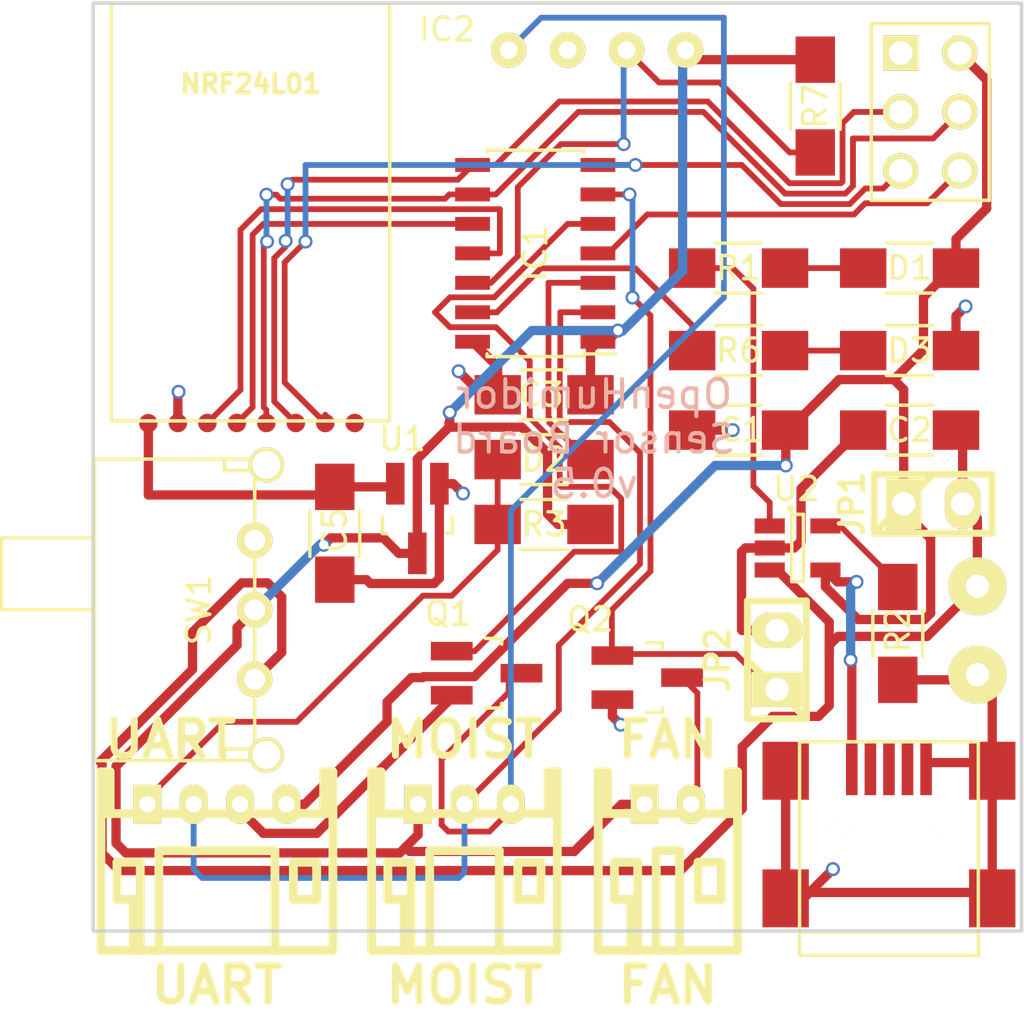
<source format=kicad_pcb>
(kicad_pcb (version 4) (host pcbnew 0.201601280801+6517~42~ubuntu14.04.1-product)

  (general
    (links 68)
    (no_connects 10)
    (area 121.678999 58.161999 168.775 102.18354)
    (thickness 1.6)
    (drawings 6)
    (tracks 385)
    (zones 0)
    (modules 28)
    (nets 30)
  )

  (page A4)
  (layers
    (0 F.Cu signal)
    (31 B.Cu signal)
    (32 B.Adhes user)
    (33 F.Adhes user)
    (34 B.Paste user)
    (35 F.Paste user)
    (36 B.SilkS user)
    (37 F.SilkS user)
    (38 B.Mask user)
    (39 F.Mask user)
    (40 Dwgs.User user)
    (41 Cmts.User user hide)
    (42 Eco1.User user hide)
    (43 Eco2.User user hide)
    (44 Edge.Cuts user)
    (45 Margin user hide)
    (46 B.CrtYd user hide)
    (47 F.CrtYd user hide)
    (48 B.Fab user hide)
    (49 F.Fab user hide)
  )

  (setup
    (last_trace_width 0.25)
    (trace_clearance 0.2)
    (zone_clearance 0.508)
    (zone_45_only yes)
    (trace_min 0.2)
    (segment_width 0.2)
    (edge_width 0.15)
    (via_size 0.6)
    (via_drill 0.4)
    (via_min_size 0.4)
    (via_min_drill 0.3)
    (uvia_size 0.3)
    (uvia_drill 0.1)
    (uvias_allowed no)
    (uvia_min_size 0.2)
    (uvia_min_drill 0.1)
    (pcb_text_width 0.3)
    (pcb_text_size 1.5 1.5)
    (mod_edge_width 0.15)
    (mod_text_size 1 1)
    (mod_text_width 0.15)
    (pad_size 1.524 1.524)
    (pad_drill 0.9)
    (pad_to_mask_clearance 0.2)
    (aux_axis_origin 125.89 98.425)
    (grid_origin 125.89 98.425)
    (visible_elements FFFEEE7F)
    (pcbplotparams
      (layerselection 0x010f0_80000001)
      (usegerberextensions true)
      (excludeedgelayer true)
      (linewidth 0.150000)
      (plotframeref false)
      (viasonmask false)
      (mode 1)
      (useauxorigin true)
      (hpglpennumber 1)
      (hpglpenspeed 20)
      (hpglpendiameter 15)
      (hpglpenoverlay 2)
      (psnegative false)
      (psa4output false)
      (plotreference true)
      (plotvalue true)
      (plotinvisibletext false)
      (padsonsilk false)
      (subtractmaskfromsilk false)
      (outputformat 1)
      (mirror false)
      (drillshape 0)
      (scaleselection 1)
      (outputdirectory gerber))
  )

  (net 0 "")
  (net 1 +5V)
  (net 2 BAT-)
  (net 3 +3V3)
  (net 4 BAT+)
  (net 5 "Net-(D1-Pad2)")
  (net 6 "Net-(D3-Pad1)")
  (net 7 DATA_HYGRO)
  (net 8 UART_RX)
  (net 9 RESET)
  (net 10 MISO)
  (net 11 MOSI)
  (net 12 SCK)
  (net 13 NRF_CSN)
  (net 14 SWITCH_MOIST)
  (net 15 "Net-(IC1-Pad13)")
  (net 16 "Net-(IC2-Pad3)")
  (net 17 "Net-(IC2-Pad4)")
  (net 18 "Net-(P5-Pad2)")
  (net 19 "Net-(U3-Pad8)")
  (net 20 "Net-(CON1-Pad2)")
  (net 21 "Net-(CON1-Pad3)")
  (net 22 "Net-(CON1-Pad4)")
  (net 23 "Net-(R1-Pad1)")
  (net 24 "Net-(R2-Pad2)")
  (net 25 DATA_MOIST)
  (net 26 SENS_CALIB)
  (net 27 NRF_CE)
  (net 28 "Net-(D2-Pad2)")
  (net 29 VCC)

  (net_class Default "This is the default net class."
    (clearance 0.2)
    (trace_width 0.25)
    (via_dia 0.6)
    (via_drill 0.4)
    (uvia_dia 0.3)
    (uvia_drill 0.1)
    (add_net DATA_HYGRO)
    (add_net DATA_MOIST)
    (add_net MISO)
    (add_net MOSI)
    (add_net NRF_CE)
    (add_net NRF_CSN)
    (add_net "Net-(CON1-Pad2)")
    (add_net "Net-(CON1-Pad3)")
    (add_net "Net-(CON1-Pad4)")
    (add_net "Net-(D1-Pad2)")
    (add_net "Net-(D2-Pad2)")
    (add_net "Net-(D3-Pad1)")
    (add_net "Net-(IC1-Pad13)")
    (add_net "Net-(IC2-Pad3)")
    (add_net "Net-(IC2-Pad4)")
    (add_net "Net-(P5-Pad2)")
    (add_net "Net-(R1-Pad1)")
    (add_net "Net-(R2-Pad2)")
    (add_net "Net-(U3-Pad8)")
    (add_net RESET)
    (add_net SCK)
    (add_net SENS_CALIB)
    (add_net SWITCH_MOIST)
    (add_net UART_RX)
  )

  (net_class Power ""
    (clearance 0.2)
    (trace_width 0.4)
    (via_dia 0.6)
    (via_drill 0.4)
    (uvia_dia 0.3)
    (uvia_drill 0.1)
    (add_net +3V3)
    (add_net +5V)
    (add_net BAT+)
    (add_net BAT-)
    (add_net VCC)
  )

  (module Resistors_SMD:R_1206_HandSoldering (layer F.Cu) (tedit 568C1B60) (tstamp 55BE8431)
    (at 153.703 76.835)
    (descr "Resistor SMD 1206, hand soldering")
    (tags "resistor 1206")
    (path /55A89876)
    (attr smd)
    (fp_text reference C1 (at 0.127 0) (layer F.SilkS)
      (effects (font (size 1 1) (thickness 0.15)))
    )
    (fp_text value 4.7uF (at 0 2.3) (layer F.Fab)
      (effects (font (size 1 1) (thickness 0.15)))
    )
    (fp_line (start -3.3 -1.2) (end 3.3 -1.2) (layer F.CrtYd) (width 0.05))
    (fp_line (start -3.3 1.2) (end 3.3 1.2) (layer F.CrtYd) (width 0.05))
    (fp_line (start -3.3 -1.2) (end -3.3 1.2) (layer F.CrtYd) (width 0.05))
    (fp_line (start 3.3 -1.2) (end 3.3 1.2) (layer F.CrtYd) (width 0.05))
    (fp_line (start 1 1.075) (end -1 1.075) (layer F.SilkS) (width 0.15))
    (fp_line (start -1 -1.075) (end 1 -1.075) (layer F.SilkS) (width 0.15))
    (pad 1 smd rect (at -2 0) (size 2 1.7) (layers F.Cu F.Paste F.Mask)
      (net 2 BAT-))
    (pad 2 smd rect (at 2 0) (size 2 1.7) (layers F.Cu F.Paste F.Mask)
      (net 1 +5V))
    (model Resistors_SMD.3dshapes/R_1206_HandSoldering.wrl
      (at (xyz 0 0 0))
      (scale (xyz 1 1 1))
      (rotate (xyz 0 0 0))
    )
  )

  (module Resistors_SMD:R_1206_HandSoldering (layer F.Cu) (tedit 568C1B50) (tstamp 55BE843D)
    (at 145.321 75.311 180)
    (descr "Resistor SMD 1206, hand soldering")
    (tags "resistor 1206")
    (path /55A6135F)
    (attr smd)
    (fp_text reference C3 (at 0.127 0 180) (layer F.SilkS)
      (effects (font (size 1 1) (thickness 0.15)))
    )
    (fp_text value 100uF (at 0 2.3 180) (layer F.Fab)
      (effects (font (size 1 1) (thickness 0.15)))
    )
    (fp_line (start -3.3 -1.2) (end 3.3 -1.2) (layer F.CrtYd) (width 0.05))
    (fp_line (start -3.3 1.2) (end 3.3 1.2) (layer F.CrtYd) (width 0.05))
    (fp_line (start -3.3 -1.2) (end -3.3 1.2) (layer F.CrtYd) (width 0.05))
    (fp_line (start 3.3 -1.2) (end 3.3 1.2) (layer F.CrtYd) (width 0.05))
    (fp_line (start 1 1.075) (end -1 1.075) (layer F.SilkS) (width 0.15))
    (fp_line (start -1 -1.075) (end 1 -1.075) (layer F.SilkS) (width 0.15))
    (pad 1 smd rect (at -2 0 180) (size 2 1.7) (layers F.Cu F.Paste F.Mask)
      (net 29 VCC))
    (pad 2 smd rect (at 2 0 180) (size 2 1.7) (layers F.Cu F.Paste F.Mask)
      (net 2 BAT-))
    (model Resistors_SMD.3dshapes/R_1206_HandSoldering.wrl
      (at (xyz 0 0 0))
      (scale (xyz 1 1 1))
      (rotate (xyz 0 0 0))
    )
  )

  (module Resistors_SMD:R_1206_HandSoldering (layer F.Cu) (tedit 568C1B36) (tstamp 55BE8449)
    (at 136.304 81.28 90)
    (descr "Resistor SMD 1206, hand soldering")
    (tags "resistor 1206")
    (path /55A60C33)
    (attr smd)
    (fp_text reference C5 (at 0.127 0 90) (layer F.SilkS)
      (effects (font (size 1 1) (thickness 0.15)))
    )
    (fp_text value 100uF (at 0 2.3 90) (layer F.Fab)
      (effects (font (size 1 1) (thickness 0.15)))
    )
    (fp_line (start -3.3 -1.2) (end 3.3 -1.2) (layer F.CrtYd) (width 0.05))
    (fp_line (start -3.3 1.2) (end 3.3 1.2) (layer F.CrtYd) (width 0.05))
    (fp_line (start -3.3 -1.2) (end -3.3 1.2) (layer F.CrtYd) (width 0.05))
    (fp_line (start 3.3 -1.2) (end 3.3 1.2) (layer F.CrtYd) (width 0.05))
    (fp_line (start 1 1.075) (end -1 1.075) (layer F.SilkS) (width 0.15))
    (fp_line (start -1 -1.075) (end 1 -1.075) (layer F.SilkS) (width 0.15))
    (pad 1 smd rect (at -2 0 90) (size 2 1.7) (layers F.Cu F.Paste F.Mask)
      (net 2 BAT-))
    (pad 2 smd rect (at 2 0 90) (size 2 1.7) (layers F.Cu F.Paste F.Mask)
      (net 3 +3V3))
    (model Resistors_SMD.3dshapes/R_1206_HandSoldering.wrl
      (at (xyz 0 0 0))
      (scale (xyz 1 1 1))
      (rotate (xyz 0 0 0))
    )
  )

  (module Resistors_SMD:R_1206_HandSoldering (layer F.Cu) (tedit 568C1B6E) (tstamp 55BE844F)
    (at 161.069 69.85 180)
    (descr "Resistor SMD 1206, hand soldering")
    (tags "resistor 1206")
    (path /55E70003)
    (attr smd)
    (fp_text reference D1 (at 0 0 180) (layer F.SilkS)
      (effects (font (size 1 1) (thickness 0.15)))
    )
    (fp_text value "LED RED" (at 0 2.3 180) (layer F.Fab)
      (effects (font (size 1 1) (thickness 0.15)))
    )
    (fp_line (start -3.3 -1.2) (end 3.3 -1.2) (layer F.CrtYd) (width 0.05))
    (fp_line (start -3.3 1.2) (end 3.3 1.2) (layer F.CrtYd) (width 0.05))
    (fp_line (start -3.3 -1.2) (end -3.3 1.2) (layer F.CrtYd) (width 0.05))
    (fp_line (start 3.3 -1.2) (end 3.3 1.2) (layer F.CrtYd) (width 0.05))
    (fp_line (start 1 1.075) (end -1 1.075) (layer F.SilkS) (width 0.15))
    (fp_line (start -1 -1.075) (end 1 -1.075) (layer F.SilkS) (width 0.15))
    (pad 1 smd rect (at -2 0 180) (size 2 1.7) (layers F.Cu F.Paste F.Mask)
      (net 1 +5V))
    (pad 2 smd rect (at 2 0 180) (size 2 1.7) (layers F.Cu F.Paste F.Mask)
      (net 5 "Net-(D1-Pad2)"))
    (model Resistors_SMD.3dshapes/R_1206_HandSoldering.wrl
      (at (xyz 0 0 0))
      (scale (xyz 1 1 1))
      (rotate (xyz 0 0 0))
    )
  )

  (module Resistors_SMD:R_1206_HandSoldering (layer F.Cu) (tedit 568C1B73) (tstamp 55BE845B)
    (at 161.069 73.406)
    (descr "Resistor SMD 1206, hand soldering")
    (tags "resistor 1206")
    (path /55A57FB5)
    (attr smd)
    (fp_text reference D3 (at 0 0) (layer F.SilkS)
      (effects (font (size 1 1) (thickness 0.15)))
    )
    (fp_text value "LED GREEN" (at 0 2.3) (layer F.Fab)
      (effects (font (size 1 1) (thickness 0.15)))
    )
    (fp_line (start -3.3 -1.2) (end 3.3 -1.2) (layer F.CrtYd) (width 0.05))
    (fp_line (start -3.3 1.2) (end 3.3 1.2) (layer F.CrtYd) (width 0.05))
    (fp_line (start -3.3 -1.2) (end -3.3 1.2) (layer F.CrtYd) (width 0.05))
    (fp_line (start 3.3 -1.2) (end 3.3 1.2) (layer F.CrtYd) (width 0.05))
    (fp_line (start 1 1.075) (end -1 1.075) (layer F.SilkS) (width 0.15))
    (fp_line (start -1 -1.075) (end 1 -1.075) (layer F.SilkS) (width 0.15))
    (pad 1 smd rect (at -2 0) (size 2 1.7) (layers F.Cu F.Paste F.Mask)
      (net 6 "Net-(D3-Pad1)"))
    (pad 2 smd rect (at 2 0) (size 2 1.7) (layers F.Cu F.Paste F.Mask)
      (net 2 BAT-))
    (model Resistors_SMD.3dshapes/R_1206_HandSoldering.wrl
      (at (xyz 0 0 0))
      (scale (xyz 1 1 1))
      (rotate (xyz 0 0 0))
    )
  )

  (module Housings_SOIC:SOIC-14_3.9x8.7mm_Pitch1.27mm (layer F.Cu) (tedit 56841FEC) (tstamp 55BE846D)
    (at 144.94 69.215 180)
    (descr "14-Lead Plastic Small Outline (SL) - Narrow, 3.90 mm Body [SOIC] (see Microchip Packaging Specification 00000049BS.pdf)")
    (tags "SOIC 1.27")
    (path /55BE7E82)
    (attr smd)
    (fp_text reference IC1 (at 0 0 270) (layer F.SilkS)
      (effects (font (size 1 1) (thickness 0.15)))
    )
    (fp_text value ATTINY84A-SS (at 0 5.375 180) (layer F.Fab)
      (effects (font (size 1 1) (thickness 0.15)))
    )
    (fp_line (start -3.7 -4.65) (end -3.7 4.65) (layer F.CrtYd) (width 0.05))
    (fp_line (start 3.7 -4.65) (end 3.7 4.65) (layer F.CrtYd) (width 0.05))
    (fp_line (start -3.7 -4.65) (end 3.7 -4.65) (layer F.CrtYd) (width 0.05))
    (fp_line (start -3.7 4.65) (end 3.7 4.65) (layer F.CrtYd) (width 0.05))
    (fp_line (start -2.075 -4.45) (end -2.075 -4.335) (layer F.SilkS) (width 0.15))
    (fp_line (start 2.075 -4.45) (end 2.075 -4.335) (layer F.SilkS) (width 0.15))
    (fp_line (start 2.075 4.45) (end 2.075 4.335) (layer F.SilkS) (width 0.15))
    (fp_line (start -2.075 4.45) (end -2.075 4.335) (layer F.SilkS) (width 0.15))
    (fp_line (start -2.075 -4.45) (end 2.075 -4.45) (layer F.SilkS) (width 0.15))
    (fp_line (start -2.075 4.45) (end 2.075 4.45) (layer F.SilkS) (width 0.15))
    (fp_line (start -2.075 -4.335) (end -3.45 -4.335) (layer F.SilkS) (width 0.15))
    (pad 1 smd rect (at -2.7 -3.81 180) (size 1.5 0.6) (layers F.Cu F.Paste F.Mask)
      (net 29 VCC))
    (pad 2 smd rect (at -2.7 -2.54 180) (size 1.5 0.6) (layers F.Cu F.Paste F.Mask)
      (net 25 DATA_MOIST))
    (pad 3 smd rect (at -2.7 -1.27 180) (size 1.5 0.6) (layers F.Cu F.Paste F.Mask)
      (net 8 UART_RX))
    (pad 4 smd rect (at -2.7 0 180) (size 1.5 0.6) (layers F.Cu F.Paste F.Mask)
      (net 9 RESET))
    (pad 5 smd rect (at -2.7 1.27 180) (size 1.5 0.6) (layers F.Cu F.Paste F.Mask)
      (net 14 SWITCH_MOIST))
    (pad 6 smd rect (at -2.7 2.54 180) (size 1.5 0.6) (layers F.Cu F.Paste F.Mask)
      (net 26 SENS_CALIB))
    (pad 7 smd rect (at -2.7 3.81 180) (size 1.5 0.6) (layers F.Cu F.Paste F.Mask)
      (net 10 MISO))
    (pad 8 smd rect (at 2.7 3.81 180) (size 1.5 0.6) (layers F.Cu F.Paste F.Mask)
      (net 11 MOSI))
    (pad 9 smd rect (at 2.7 2.54 180) (size 1.5 0.6) (layers F.Cu F.Paste F.Mask)
      (net 12 SCK))
    (pad 10 smd rect (at 2.7 1.27 180) (size 1.5 0.6) (layers F.Cu F.Paste F.Mask)
      (net 13 NRF_CSN))
    (pad 11 smd rect (at 2.7 0 180) (size 1.5 0.6) (layers F.Cu F.Paste F.Mask)
      (net 27 NRF_CE))
    (pad 12 smd rect (at 2.7 -1.27 180) (size 1.5 0.6) (layers F.Cu F.Paste F.Mask)
      (net 7 DATA_HYGRO))
    (pad 13 smd rect (at 2.7 -2.54 180) (size 1.5 0.6) (layers F.Cu F.Paste F.Mask)
      (net 15 "Net-(IC1-Pad13)"))
    (pad 14 smd rect (at 2.7 -3.81 180) (size 1.5 0.6) (layers F.Cu F.Paste F.Mask)
      (net 2 BAT-))
    (model Housings_SOIC.3dshapes/SOIC-14_3.9x8.7mm_Pitch1.27mm.wrl
      (at (xyz 0 0 0))
      (scale (xyz 1 1 1))
      (rotate (xyz 0 0 0))
    )
  )

  (module Housings_SOT-23_SOT-143_TSOT-6:SOT-23_Handsoldering (layer F.Cu) (tedit 568C1D8D) (tstamp 55BE84A6)
    (at 142.8445 87.3125 270)
    (descr "SOT-23, Handsoldering")
    (tags SOT-23)
    (path /55A5899A)
    (attr smd)
    (fp_text reference Q1 (at -2.567 1.651 360) (layer F.SilkS)
      (effects (font (size 1 1) (thickness 0.15)))
    )
    (fp_text value Q_NPN_BEC (at 0 3.81 270) (layer F.Fab)
      (effects (font (size 1 1) (thickness 0.15)))
    )
    (fp_line (start -1.49982 0.0508) (end -1.49982 -0.65024) (layer F.SilkS) (width 0.15))
    (fp_line (start -1.49982 -0.65024) (end -1.2509 -0.65024) (layer F.SilkS) (width 0.15))
    (fp_line (start 1.29916 -0.65024) (end 1.49982 -0.65024) (layer F.SilkS) (width 0.15))
    (fp_line (start 1.49982 -0.65024) (end 1.49982 0.0508) (layer F.SilkS) (width 0.15))
    (pad 1 smd rect (at -0.95 1.50114 270) (size 0.8001 1.80086) (layers F.Cu F.Paste F.Mask)
      (net 14 SWITCH_MOIST))
    (pad 2 smd rect (at 0.95 1.50114 270) (size 0.8001 1.80086) (layers F.Cu F.Paste F.Mask)
      (net 2 BAT-))
    (pad 3 smd rect (at 0 -1.50114 270) (size 0.8001 1.80086) (layers F.Cu F.Paste F.Mask)
      (net 17 "Net-(IC2-Pad4)"))
    (model Housings_SOT-23_SOT-143_TSOT-6.3dshapes/SOT-23_Handsoldering.wrl
      (at (xyz 0 0 0))
      (scale (xyz 1 1 1))
      (rotate (xyz 0 0 0))
    )
  )

  (module Housings_SOT-23_SOT-143_TSOT-6:SOT-23_Handsoldering (layer F.Cu) (tedit 568C1DA9) (tstamp 55BE84AD)
    (at 149.766 87.503 270)
    (descr "SOT-23, Handsoldering")
    (tags SOT-23)
    (path /55A580FB)
    (attr smd)
    (fp_text reference Q2 (at -2.51 2.459 360) (layer F.SilkS)
      (effects (font (size 1 1) (thickness 0.15)))
    )
    (fp_text value Q_NPN_BEC (at 0 3.81 270) (layer F.Fab)
      (effects (font (size 1 1) (thickness 0.15)))
    )
    (fp_line (start -1.49982 0.0508) (end -1.49982 -0.65024) (layer F.SilkS) (width 0.15))
    (fp_line (start -1.49982 -0.65024) (end -1.2509 -0.65024) (layer F.SilkS) (width 0.15))
    (fp_line (start 1.29916 -0.65024) (end 1.49982 -0.65024) (layer F.SilkS) (width 0.15))
    (fp_line (start 1.49982 -0.65024) (end 1.49982 0.0508) (layer F.SilkS) (width 0.15))
    (pad 1 smd rect (at -0.95 1.50114 270) (size 0.8001 1.80086) (layers F.Cu F.Paste F.Mask)
      (net 26 SENS_CALIB))
    (pad 2 smd rect (at 0.95 1.50114 270) (size 0.8001 1.80086) (layers F.Cu F.Paste F.Mask)
      (net 2 BAT-))
    (pad 3 smd rect (at 0 -1.50114 270) (size 0.8001 1.80086) (layers F.Cu F.Paste F.Mask)
      (net 18 "Net-(P5-Pad2)"))
    (model Housings_SOT-23_SOT-143_TSOT-6.3dshapes/SOT-23_Handsoldering.wrl
      (at (xyz 0 0 0))
      (scale (xyz 1 1 1))
      (rotate (xyz 0 0 0))
    )
  )

  (module Resistors_SMD:R_1206_HandSoldering (layer F.Cu) (tedit 568C1B6B) (tstamp 55BE84B3)
    (at 153.703 69.85)
    (descr "Resistor SMD 1206, hand soldering")
    (tags "resistor 1206")
    (path /55E6FF19)
    (attr smd)
    (fp_text reference R1 (at 0 0) (layer F.SilkS)
      (effects (font (size 1 1) (thickness 0.15)))
    )
    (fp_text value 470 (at 0 2.3) (layer F.Fab)
      (effects (font (size 1 1) (thickness 0.15)))
    )
    (fp_line (start -3.3 -1.2) (end 3.3 -1.2) (layer F.CrtYd) (width 0.05))
    (fp_line (start -3.3 1.2) (end 3.3 1.2) (layer F.CrtYd) (width 0.05))
    (fp_line (start -3.3 -1.2) (end -3.3 1.2) (layer F.CrtYd) (width 0.05))
    (fp_line (start 3.3 -1.2) (end 3.3 1.2) (layer F.CrtYd) (width 0.05))
    (fp_line (start 1 1.075) (end -1 1.075) (layer F.SilkS) (width 0.15))
    (fp_line (start -1 -1.075) (end 1 -1.075) (layer F.SilkS) (width 0.15))
    (pad 1 smd rect (at -2 0) (size 2 1.7) (layers F.Cu F.Paste F.Mask)
      (net 23 "Net-(R1-Pad1)"))
    (pad 2 smd rect (at 2 0) (size 2 1.7) (layers F.Cu F.Paste F.Mask)
      (net 5 "Net-(D1-Pad2)"))
    (model Resistors_SMD.3dshapes/R_1206_HandSoldering.wrl
      (at (xyz 0 0 0))
      (scale (xyz 1 1 1))
      (rotate (xyz 0 0 0))
    )
  )

  (module Resistors_SMD:R_1206_HandSoldering (layer F.Cu) (tedit 568C1B91) (tstamp 55BE84B9)
    (at 160.561 85.598 90)
    (descr "Resistor SMD 1206, hand soldering")
    (tags "resistor 1206")
    (path /55E7047C)
    (attr smd)
    (fp_text reference R2 (at 0.127 0 90) (layer F.SilkS)
      (effects (font (size 1 1) (thickness 0.15)))
    )
    (fp_text value 2k (at 0 2.3 90) (layer F.Fab)
      (effects (font (size 1 1) (thickness 0.15)))
    )
    (fp_line (start -3.3 -1.2) (end 3.3 -1.2) (layer F.CrtYd) (width 0.05))
    (fp_line (start -3.3 1.2) (end 3.3 1.2) (layer F.CrtYd) (width 0.05))
    (fp_line (start -3.3 -1.2) (end -3.3 1.2) (layer F.CrtYd) (width 0.05))
    (fp_line (start 3.3 -1.2) (end 3.3 1.2) (layer F.CrtYd) (width 0.05))
    (fp_line (start 1 1.075) (end -1 1.075) (layer F.SilkS) (width 0.15))
    (fp_line (start -1 -1.075) (end 1 -1.075) (layer F.SilkS) (width 0.15))
    (pad 1 smd rect (at -2 0 90) (size 2 1.7) (layers F.Cu F.Paste F.Mask)
      (net 2 BAT-))
    (pad 2 smd rect (at 2 0 90) (size 2 1.7) (layers F.Cu F.Paste F.Mask)
      (net 24 "Net-(R2-Pad2)"))
    (model Resistors_SMD.3dshapes/R_1206_HandSoldering.wrl
      (at (xyz 0 0 0))
      (scale (xyz 1 1 1))
      (rotate (xyz 0 0 0))
    )
  )

  (module Resistors_SMD:R_1206_HandSoldering (layer F.Cu) (tedit 568C1B65) (tstamp 55BE84C5)
    (at 153.703 73.406 180)
    (descr "Resistor SMD 1206, hand soldering")
    (tags "resistor 1206")
    (path /55A5800C)
    (attr smd)
    (fp_text reference R6 (at 0 0 180) (layer F.SilkS)
      (effects (font (size 1 1) (thickness 0.15)))
    )
    (fp_text value 100 (at 0 2.3 180) (layer F.Fab)
      (effects (font (size 1 1) (thickness 0.15)))
    )
    (fp_line (start -3.3 -1.2) (end 3.3 -1.2) (layer F.CrtYd) (width 0.05))
    (fp_line (start -3.3 1.2) (end 3.3 1.2) (layer F.CrtYd) (width 0.05))
    (fp_line (start -3.3 -1.2) (end -3.3 1.2) (layer F.CrtYd) (width 0.05))
    (fp_line (start 3.3 -1.2) (end 3.3 1.2) (layer F.CrtYd) (width 0.05))
    (fp_line (start 1 1.075) (end -1 1.075) (layer F.SilkS) (width 0.15))
    (fp_line (start -1 -1.075) (end 1 -1.075) (layer F.SilkS) (width 0.15))
    (pad 1 smd rect (at -2 0 180) (size 2 1.7) (layers F.Cu F.Paste F.Mask)
      (net 6 "Net-(D3-Pad1)"))
    (pad 2 smd rect (at 2 0 180) (size 2 1.7) (layers F.Cu F.Paste F.Mask)
      (net 15 "Net-(IC1-Pad13)"))
    (model Resistors_SMD.3dshapes/R_1206_HandSoldering.wrl
      (at (xyz 0 0 0))
      (scale (xyz 1 1 1))
      (rotate (xyz 0 0 0))
    )
  )

  (module Resistors_SMD:R_1206_HandSoldering (layer F.Cu) (tedit 568C1B7F) (tstamp 55BE84CB)
    (at 157.005 62.865 90)
    (descr "Resistor SMD 1206, hand soldering")
    (tags "resistor 1206")
    (path /55BE3466)
    (attr smd)
    (fp_text reference R7 (at 0 0 90) (layer F.SilkS)
      (effects (font (size 1 1) (thickness 0.15)))
    )
    (fp_text value 100 (at 0 2.3 90) (layer F.Fab)
      (effects (font (size 1 1) (thickness 0.15)))
    )
    (fp_line (start -3.3 -1.2) (end 3.3 -1.2) (layer F.CrtYd) (width 0.05))
    (fp_line (start -3.3 1.2) (end 3.3 1.2) (layer F.CrtYd) (width 0.05))
    (fp_line (start -3.3 -1.2) (end -3.3 1.2) (layer F.CrtYd) (width 0.05))
    (fp_line (start 3.3 -1.2) (end 3.3 1.2) (layer F.CrtYd) (width 0.05))
    (fp_line (start 1 1.075) (end -1 1.075) (layer F.SilkS) (width 0.15))
    (fp_line (start -1 -1.075) (end 1 -1.075) (layer F.SilkS) (width 0.15))
    (pad 1 smd rect (at -2 0 90) (size 2 1.7) (layers F.Cu F.Paste F.Mask)
      (net 7 DATA_HYGRO))
    (pad 2 smd rect (at 2 0 90) (size 2 1.7) (layers F.Cu F.Paste F.Mask)
      (net 29 VCC))
    (model Resistors_SMD.3dshapes/R_1206_HandSoldering.wrl
      (at (xyz 0 0 0))
      (scale (xyz 1 1 1))
      (rotate (xyz 0 0 0))
    )
  )

  (module Housings_SOT-23_SOT-143_TSOT-6:SOT-23_Handsoldering (layer F.Cu) (tedit 55E70359) (tstamp 55BE84D2)
    (at 139.86 80.645 180)
    (descr "SOT-23, Handsoldering")
    (tags SOT-23)
    (path /55A5FDBB)
    (attr smd)
    (fp_text reference U1 (at 0.635 3.429 180) (layer F.SilkS)
      (effects (font (size 1 1) (thickness 0.15)))
    )
    (fp_text value MCP1700 (at 0 3.81 180) (layer F.Fab)
      (effects (font (size 1 1) (thickness 0.15)))
    )
    (fp_line (start -1.49982 0.0508) (end -1.49982 -0.65024) (layer F.SilkS) (width 0.15))
    (fp_line (start -1.49982 -0.65024) (end -1.2509 -0.65024) (layer F.SilkS) (width 0.15))
    (fp_line (start 1.29916 -0.65024) (end 1.49982 -0.65024) (layer F.SilkS) (width 0.15))
    (fp_line (start 1.49982 -0.65024) (end 1.49982 0.0508) (layer F.SilkS) (width 0.15))
    (pad 1 smd rect (at -0.95 1.50114 180) (size 0.8001 1.80086) (layers F.Cu F.Paste F.Mask)
      (net 2 BAT-))
    (pad 2 smd rect (at 0.95 1.50114 180) (size 0.8001 1.80086) (layers F.Cu F.Paste F.Mask)
      (net 3 +3V3))
    (pad 3 smd rect (at 0 -1.50114 180) (size 0.8001 1.80086) (layers F.Cu F.Paste F.Mask)
      (net 29 VCC))
    (model Housings_SOT-23_SOT-143_TSOT-6.3dshapes/SOT-23_Handsoldering.wrl
      (at (xyz 0 0 0))
      (scale (xyz 1 1 1))
      (rotate (xyz 0 0 0))
    )
  )

  (module ownprints:nrf24l01_mini (layer F.Cu) (tedit 568C1AFE) (tstamp 55BE84EB)
    (at 130.97 67.437)
    (descr "Footprint for Chinese nRF24L01+ module")
    (tags CONN)
    (path /55BE50AD)
    (fp_text reference U3 (at 7.747 10.287) (layer F.SilkS) hide
      (effects (font (size 1.016 1.016) (thickness 0.2032)))
    )
    (fp_text value nRF24L01+ (at 5.4035 7.2896) (layer F.SilkS) hide
      (effects (font (size 1.016 1.016) (thickness 0.2032)))
    )
    (fp_line (start -4.3 9) (end -4.3 -9) (layer F.SilkS) (width 0.15))
    (fp_line (start -4.3 -9) (end 7.7 -9) (layer F.SilkS) (width 0.15))
    (fp_line (start 7.7 -9) (end 7.7 9) (layer F.SilkS) (width 0.15))
    (fp_line (start 7.7 9) (end -4.3 9) (layer F.SilkS) (width 0.15))
    (pad 1 smd circle (at -2.7 9.1) (size 0.8 0.8) (layers F.Cu F.Paste F.Mask)
      (net 3 +3V3))
    (pad 2 smd circle (at -1.4265 9.0896) (size 0.8 0.8) (layers F.Cu F.Paste F.Mask)
      (net 2 BAT-))
    (pad 3 smd circle (at -0.1565 9.0896) (size 0.8 0.8) (layers F.Cu F.Paste F.Mask)
      (net 27 NRF_CE))
    (pad 4 smd circle (at 1.1135 9.0896) (size 0.8 0.8) (layers F.Cu F.Paste F.Mask)
      (net 13 NRF_CSN))
    (pad 5 smd circle (at 2.3835 9.0896) (size 0.8 0.8) (layers F.Cu F.Paste F.Mask)
      (net 12 SCK))
    (pad 6 smd circle (at 3.6535 9.0896) (size 0.8 0.8) (layers F.Cu F.Paste F.Mask)
      (net 11 MOSI))
    (pad 7 smd circle (at 4.9235 9.0896) (size 0.8 0.8) (layers F.Cu F.Paste F.Mask)
      (net 10 MISO))
    (pad 8 smd circle (at 6.1935 9.0896) (size 0.8 0.8) (layers F.Cu F.Paste F.Mask)
      (net 19 "Net-(U3-Pad8)"))
    (model pin_array/pins_array_4x2.wrl
      (at (xyz 0 0 0))
      (scale (xyz 1 1 1))
      (rotate (xyz 0 0 0))
    )
  )

  (module Connect:USB_Mini-B (layer F.Cu) (tedit 568C1B8D) (tstamp 55BFCA28)
    (at 160.18 94.869 90)
    (descr "USB Mini-B 5-pin SMD connector")
    (tags "USB USB_B USB_Mini connector")
    (path /55BFFF8C)
    (attr smd)
    (fp_text reference CON1 (at 6.096 -0.127 180) (layer F.SilkS) hide
      (effects (font (size 1 1) (thickness 0.15)))
    )
    (fp_text value USB-MINI-B (at 0 -7.0993 90) (layer F.Fab)
      (effects (font (size 1 1) (thickness 0.15)))
    )
    (fp_line (start -4.85 -5.7) (end 4.85 -5.7) (layer F.CrtYd) (width 0.05))
    (fp_line (start 4.85 -5.7) (end 4.85 5.7) (layer F.CrtYd) (width 0.05))
    (fp_line (start 4.85 5.7) (end -4.85 5.7) (layer F.CrtYd) (width 0.05))
    (fp_line (start -4.85 5.7) (end -4.85 -5.7) (layer F.CrtYd) (width 0.05))
    (fp_line (start -3.59918 -3.85064) (end -3.59918 3.85064) (layer F.SilkS) (width 0.15))
    (fp_line (start -4.59994 -3.85064) (end -4.59994 3.85064) (layer F.SilkS) (width 0.15))
    (fp_line (start -4.59994 3.85064) (end 4.59994 3.85064) (layer F.SilkS) (width 0.15))
    (fp_line (start 4.59994 3.85064) (end 4.59994 -3.85064) (layer F.SilkS) (width 0.15))
    (fp_line (start 4.59994 -3.85064) (end -4.59994 -3.85064) (layer F.SilkS) (width 0.15))
    (pad 1 smd rect (at 3.44932 -1.6002 90) (size 2.30124 0.50038) (layers F.Cu F.Paste F.Mask)
      (net 1 +5V))
    (pad 2 smd rect (at 3.44932 -0.8001 90) (size 2.30124 0.50038) (layers F.Cu F.Paste F.Mask)
      (net 20 "Net-(CON1-Pad2)"))
    (pad 3 smd rect (at 3.44932 0 90) (size 2.30124 0.50038) (layers F.Cu F.Paste F.Mask)
      (net 21 "Net-(CON1-Pad3)"))
    (pad 4 smd rect (at 3.44932 0.8001 90) (size 2.30124 0.50038) (layers F.Cu F.Paste F.Mask)
      (net 22 "Net-(CON1-Pad4)"))
    (pad 5 smd rect (at 3.44932 1.6002 90) (size 2.30124 0.50038) (layers F.Cu F.Paste F.Mask)
      (net 2 BAT-))
    (pad 6 smd rect (at 3.35026 -4.45008 90) (size 2.49936 1.99898) (layers F.Cu F.Paste F.Mask)
      (net 2 BAT-))
    (pad 6 smd rect (at -2.14884 -4.45008 90) (size 2.49936 1.99898) (layers F.Cu F.Paste F.Mask)
      (net 2 BAT-))
    (pad 6 smd rect (at 3.35026 4.45008 90) (size 2.49936 1.99898) (layers F.Cu F.Paste F.Mask)
      (net 2 BAT-))
    (pad 6 smd rect (at -2.14884 4.45008 90) (size 2.49936 1.99898) (layers F.Cu F.Paste F.Mask)
      (net 2 BAT-))
    (pad "" np_thru_hole circle (at 0.8509 -2.19964 90) (size 0.89916 0.89916) (drill 0.89916) (layers *.Cu *.Mask F.SilkS))
    (pad "" np_thru_hole circle (at 0.8509 2.19964 90) (size 0.89916 0.89916) (drill 0.89916) (layers *.Cu *.Mask F.SilkS))
  )

  (module Resistors_SMD:R_1206_HandSoldering (layer F.Cu) (tedit 568C1B77) (tstamp 55E6F776)
    (at 161.069 76.835)
    (descr "Resistor SMD 1206, hand soldering")
    (tags "resistor 1206")
    (path /55E71548)
    (attr smd)
    (fp_text reference C2 (at 0 0) (layer F.SilkS)
      (effects (font (size 1 1) (thickness 0.15)))
    )
    (fp_text value 4.7uF (at 0 2.3) (layer F.Fab)
      (effects (font (size 1 1) (thickness 0.15)))
    )
    (fp_line (start -3.3 -1.2) (end 3.3 -1.2) (layer F.CrtYd) (width 0.05))
    (fp_line (start -3.3 1.2) (end 3.3 1.2) (layer F.CrtYd) (width 0.05))
    (fp_line (start -3.3 -1.2) (end -3.3 1.2) (layer F.CrtYd) (width 0.05))
    (fp_line (start 3.3 -1.2) (end 3.3 1.2) (layer F.CrtYd) (width 0.05))
    (fp_line (start 1 1.075) (end -1 1.075) (layer F.SilkS) (width 0.15))
    (fp_line (start -1 -1.075) (end 1 -1.075) (layer F.SilkS) (width 0.15))
    (pad 1 smd rect (at -2 0) (size 2 1.7) (layers F.Cu F.Paste F.Mask)
      (net 2 BAT-))
    (pad 2 smd rect (at 2 0) (size 2 1.7) (layers F.Cu F.Paste F.Mask)
      (net 4 BAT+))
    (model Resistors_SMD.3dshapes/R_1206_HandSoldering.wrl
      (at (xyz 0 0 0))
      (scale (xyz 1 1 1))
      (rotate (xyz 0 0 0))
    )
  )

  (module ownprints:SOT-23-5_handsoldering (layer F.Cu) (tedit 55E6F5A6) (tstamp 55E6F777)
    (at 156.243 81.915)
    (descr "5-pin SOT23 package")
    (tags SOT-23-5)
    (path /55E6F475)
    (attr smd)
    (fp_text reference U2 (at -0.05 -2.55) (layer F.SilkS)
      (effects (font (size 1 1) (thickness 0.15)))
    )
    (fp_text value MCP73831 (at -0.05 2.35) (layer F.Fab)
      (effects (font (size 1 1) (thickness 0.15)))
    )
    (fp_line (start -1.8 -1.6) (end 1.8 -1.6) (layer F.CrtYd) (width 0.05))
    (fp_line (start 1.8 -1.6) (end 1.8 1.6) (layer F.CrtYd) (width 0.05))
    (fp_line (start 1.8 1.6) (end -1.8 1.6) (layer F.CrtYd) (width 0.05))
    (fp_line (start -1.8 1.6) (end -1.8 -1.6) (layer F.CrtYd) (width 0.05))
    (fp_circle (center -0.3 -1.7) (end -0.2 -1.7) (layer F.SilkS) (width 0.15))
    (fp_line (start 0.25 -1.45) (end -0.25 -1.45) (layer F.SilkS) (width 0.15))
    (fp_line (start 0.25 1.45) (end 0.25 -1.45) (layer F.SilkS) (width 0.15))
    (fp_line (start -0.25 1.45) (end 0.25 1.45) (layer F.SilkS) (width 0.15))
    (fp_line (start -0.25 -1.45) (end -0.25 1.45) (layer F.SilkS) (width 0.15))
    (pad 1 smd rect (at -1.2 -0.95) (size 1.3 0.65) (layers F.Cu F.Paste F.Mask)
      (net 23 "Net-(R1-Pad1)"))
    (pad 2 smd rect (at -1.2 0) (size 1.3 0.65) (layers F.Cu F.Paste F.Mask)
      (net 2 BAT-))
    (pad 3 smd rect (at -1.2 0.95) (size 1.3 0.65) (layers F.Cu F.Paste F.Mask)
      (net 4 BAT+))
    (pad 4 smd rect (at 1.2 0.95) (size 1.3 0.65) (layers F.Cu F.Paste F.Mask)
      (net 1 +5V))
    (pad 5 smd rect (at 1.2 -0.95) (size 1.3 0.65) (layers F.Cu F.Paste F.Mask)
      (net 24 "Net-(R2-Pad2)"))
    (model Housings_SOT-23_SOT-143_TSOT-6.3dshapes/SOT-23-5.wrl
      (at (xyz 0 0 0))
      (scale (xyz 0.11 0.11 0.11))
      (rotate (xyz 0 0 90))
    )
  )

  (module ownprints:DHT22 (layer F.Cu) (tedit 56842009) (tstamp 55E70644)
    (at 155.227 60.452 180)
    (path /55BE5D55)
    (fp_text reference IC2 (at 14.097 0.889 180) (layer F.SilkS)
      (effects (font (size 1 1) (thickness 0.15)))
    )
    (fp_text value DHT22 (at 2.9 -18.3 180) (layer F.Fab)
      (effects (font (size 1 1) (thickness 0.15)))
    )
    (fp_circle (center 7.4 -22.6) (end 8.9 -22.6) (layer Dwgs.User) (width 0.15))
    (fp_line (start 0 -20) (end 3.5 -25.1) (layer Dwgs.User) (width 0.15))
    (fp_line (start 3.5 -25.1) (end 11.6 -25.1) (layer Dwgs.User) (width 0.15))
    (fp_line (start 11.6 -25.1) (end 15.1 -20) (layer Dwgs.User) (width 0.15))
    (fp_line (start 0 0) (end 15.1 0) (layer Dwgs.User) (width 0.15))
    (fp_line (start 15.1 0) (end 15.1 -20) (layer Dwgs.User) (width 0.15))
    (fp_line (start 15.1 -20) (end 0 -20) (layer Dwgs.User) (width 0.15))
    (fp_line (start 0 -20) (end 0 0) (layer Dwgs.User) (width 0.15))
    (pad 1 thru_hole circle (at 3.81 0 180) (size 1.524 1.524) (drill 0.762) (layers *.Cu *.Mask F.SilkS)
      (net 29 VCC))
    (pad 2 thru_hole circle (at 6.35 0 180) (size 1.524 1.524) (drill 0.762) (layers *.Cu *.Mask F.SilkS)
      (net 7 DATA_HYGRO))
    (pad 3 thru_hole circle (at 8.89 0 180) (size 1.524 1.524) (drill 0.762) (layers *.Cu *.Mask F.SilkS)
      (net 16 "Net-(IC2-Pad3)"))
    (pad 4 thru_hole circle (at 11.43 0 180) (size 1.524 1.524) (drill 0.762) (layers *.Cu *.Mask F.SilkS)
      (net 17 "Net-(IC2-Pad4)"))
  )

  (module ownprints:2x3_pin_header (layer F.Cu) (tedit 568C1B86) (tstamp 56840F7E)
    (at 161.958 64.389 270)
    (descr "Footprint for Chinese nRF24L01+ module")
    (tags CONN)
    (path /55A5EFF2)
    (fp_text reference P1 (at 0 -3.81 270) (layer F.SilkS) hide
      (effects (font (size 1.016 1.016) (thickness 0.2032)))
    )
    (fp_text value ICSP (at 2.54 3.81 270) (layer F.SilkS) hide
      (effects (font (size 1.016 1.016) (thickness 0.2032)))
    )
    (fp_line (start -5.08 -2.54) (end -5.08 2.54) (layer F.SilkS) (width 0.15))
    (fp_line (start -5.08 2.54) (end 2.54 2.54) (layer F.SilkS) (width 0.15))
    (fp_line (start 2.54 2.54) (end 2.54 -2.54) (layer F.SilkS) (width 0.15))
    (fp_line (start 2.54 -2.54) (end -5.08 -2.54) (layer F.SilkS) (width 0.15))
    (pad 1 thru_hole rect (at -3.81 1.27 270) (size 1.524 1.524) (drill 1.016) (layers *.Cu *.Mask F.SilkS)
      (net 2 BAT-))
    (pad 2 thru_hole circle (at -3.81 -1.27 270) (size 1.524 1.524) (drill 1.016) (layers *.Cu *.Mask F.SilkS)
      (net 1 +5V))
    (pad 3 thru_hole circle (at -1.27 1.27 270) (size 1.524 1.524) (drill 1.016) (layers *.Cu *.Mask F.SilkS)
      (net 11 MOSI))
    (pad 4 thru_hole circle (at -1.27 -1.27 270) (size 1.524 1.524) (drill 1.016) (layers *.Cu *.Mask F.SilkS)
      (net 12 SCK))
    (pad 5 thru_hole circle (at 1.27 1.27 270) (size 1.524 1.524) (drill 1.016) (layers *.Cu *.Mask F.SilkS)
      (net 10 MISO))
    (pad 6 thru_hole circle (at 1.27 -1.27 270) (size 1.524 1.524) (drill 1.016) (layers *.Cu *.Mask F.SilkS)
      (net 9 RESET))
    (model pin_array/pins_array_4x2.wrl
      (at (xyz 0 0 0))
      (scale (xyz 1 1 1))
      (rotate (xyz 0 0 0))
    )
  )

  (module ownprints:solderpad2x (layer F.Cu) (tedit 568C1DB3) (tstamp 56840F84)
    (at 163.99 85.471 270)
    (path /55BEB026)
    (fp_text reference P2 (at 0 -3.81 270) (layer F.SilkS) hide
      (effects (font (size 1 1) (thickness 0.15)))
    )
    (fp_text value BATTERY (at 0.635 3.81 270) (layer F.Fab)
      (effects (font (size 1 1) (thickness 0.15)))
    )
    (pad 1 thru_hole circle (at -1.905 0 270) (size 2.49936 2.49936) (drill 1.00076) (layers *.Cu *.Mask F.SilkS)
      (net 4 BAT+))
    (pad 2 thru_hole circle (at 1.905 0 270) (size 2.49936 2.49936) (drill 1.00076) (layers *.Cu *.Mask F.SilkS)
      (net 2 BAT-))
  )

  (module w_conn_jst-ph:s4b-ph-kl (layer F.Cu) (tedit 568C1A99) (tstamp 56840F8C)
    (at 131.224 92.964)
    (descr "JST PH series connector, S4B-PH-KL")
    (path /55A59468)
    (fp_text reference UART (at -2 -2.79908) (layer F.SilkS)
      (effects (font (thickness 0.3048)))
    )
    (fp_text value UART (at 0 7.80034) (layer F.SilkS)
      (effects (font (thickness 0.3048)))
    )
    (fp_line (start -3.29946 4.09956) (end -3.29946 6.2992) (layer F.SilkS) (width 0.381))
    (fp_line (start -3.29946 6.2992) (end -3.59918 6.2992) (layer F.SilkS) (width 0.381))
    (fp_line (start -3.59918 6.2992) (end -3.59918 4.09956) (layer F.SilkS) (width 0.381))
    (fp_line (start 2.49936 1.99898) (end -2.49936 1.99898) (layer F.SilkS) (width 0.381))
    (fp_line (start -5.00126 6.2992) (end 5.00126 6.2992) (layer F.SilkS) (width 0.381))
    (fp_line (start -5.00126 0.39878) (end 5.00126 0.39878) (layer F.SilkS) (width 0.381))
    (fp_line (start 2.49936 1.99898) (end 2.49936 6.2992) (layer F.SilkS) (width 0.381))
    (fp_line (start -2.5019 1.99898) (end -2.5019 6.2992) (layer F.SilkS) (width 0.381))
    (fp_line (start 3.29692 4.09956) (end 3.29692 2.49936) (layer F.SilkS) (width 0.381))
    (fp_line (start 4.29768 4.09956) (end 3.29692 4.09956) (layer F.SilkS) (width 0.381))
    (fp_line (start 4.29768 2.49936) (end 4.29768 4.09956) (layer F.SilkS) (width 0.381))
    (fp_line (start 3.29692 2.49936) (end 4.29768 2.49936) (layer F.SilkS) (width 0.381))
    (fp_line (start -4.30276 2.49936) (end -3.302 2.49936) (layer F.SilkS) (width 0.381))
    (fp_line (start -3.302 2.49936) (end -3.302 4.09956) (layer F.SilkS) (width 0.381))
    (fp_line (start -3.302 4.09956) (end -4.30276 4.09956) (layer F.SilkS) (width 0.381))
    (fp_line (start -4.30276 4.09956) (end -4.30276 2.49936) (layer F.SilkS) (width 0.381))
    (fp_line (start 4.79806 -1.39954) (end 4.79806 0.39878) (layer F.SilkS) (width 0.381))
    (fp_line (start -4.79806 -1.39954) (end -4.79806 0.39878) (layer F.SilkS) (width 0.381))
    (fp_line (start 4.99872 6.2992) (end 4.99872 -1.39954) (layer F.SilkS) (width 0.381))
    (fp_line (start 4.99872 -1.39954) (end 4.59994 -1.39954) (layer F.SilkS) (width 0.381))
    (fp_line (start 4.59994 -1.39954) (end 4.59994 0.39878) (layer F.SilkS) (width 0.381))
    (fp_line (start -4.59994 0.39878) (end -4.59994 -1.39954) (layer F.SilkS) (width 0.381))
    (fp_line (start -4.59994 -1.39954) (end -4.99872 -1.39954) (layer F.SilkS) (width 0.381))
    (fp_line (start -4.99872 -1.39954) (end -4.99872 6.2992) (layer F.SilkS) (width 0.381))
    (pad 1 thru_hole rect (at -2.99974 0) (size 1.19888 1.69926) (drill 0.70104) (layers *.Cu *.Mask F.SilkS)
      (net 28 "Net-(D2-Pad2)"))
    (pad 2 thru_hole oval (at -1.00076 0) (size 1.19888 1.69926) (drill 0.70104) (layers *.Cu *.Mask F.SilkS)
      (net 25 DATA_MOIST))
    (pad 3 thru_hole oval (at 1.00076 0) (size 1.19888 1.69926) (drill 0.70104) (layers *.Cu *.Mask F.SilkS)
      (net 2 BAT-))
    (pad 4 thru_hole oval (at 2.99974 0) (size 1.19888 1.69926) (drill 0.70104) (layers *.Cu *.Mask F.SilkS)
      (net 1 +5V))
    (model walter/conn_jst-ph/s4b-ph-kl.wrl
      (at (xyz 0 0 0))
      (scale (xyz 1 1 1))
      (rotate (xyz 0 0 0))
    )
  )

  (module w_conn_jst-ph:s3b-ph-kl (layer F.Cu) (tedit 568C1AB2) (tstamp 56840F93)
    (at 141.892 92.964)
    (descr "JST PH series connector, S3B-PH-KL")
    (path /55A58A35)
    (fp_text reference MOIST (at 0 -2.79908) (layer F.SilkS)
      (effects (font (thickness 0.3048)))
    )
    (fp_text value MOIST (at 0 7.80034) (layer F.SilkS)
      (effects (font (thickness 0.3048)))
    )
    (fp_line (start -2.30124 4.09956) (end -2.30124 6.2992) (layer F.SilkS) (width 0.381))
    (fp_line (start -2.30124 6.2992) (end -2.60096 6.2992) (layer F.SilkS) (width 0.381))
    (fp_line (start -2.60096 6.2992) (end -2.60096 4.09956) (layer F.SilkS) (width 0.381))
    (fp_line (start -4.0005 0.39878) (end 4.0005 0.39878) (layer F.SilkS) (width 0.381))
    (fp_line (start -1.50114 1.99898) (end 1.50114 1.99898) (layer F.SilkS) (width 0.381))
    (fp_line (start -4.0005 6.2992) (end 4.0005 6.2992) (layer F.SilkS) (width 0.381))
    (fp_line (start 1.4986 1.99898) (end 1.4986 6.2992) (layer F.SilkS) (width 0.381))
    (fp_line (start -1.50114 1.99898) (end -1.50114 6.2992) (layer F.SilkS) (width 0.381))
    (fp_line (start 2.29616 4.09956) (end 2.29616 2.49936) (layer F.SilkS) (width 0.381))
    (fp_line (start 3.29692 4.09956) (end 2.29616 4.09956) (layer F.SilkS) (width 0.381))
    (fp_line (start 3.29692 2.49936) (end 3.29692 4.09956) (layer F.SilkS) (width 0.381))
    (fp_line (start 2.29616 2.49936) (end 3.29692 2.49936) (layer F.SilkS) (width 0.381))
    (fp_line (start -3.302 2.49936) (end -2.30124 2.49936) (layer F.SilkS) (width 0.381))
    (fp_line (start -2.30124 2.49936) (end -2.30124 4.09956) (layer F.SilkS) (width 0.381))
    (fp_line (start -2.30124 4.09956) (end -3.302 4.09956) (layer F.SilkS) (width 0.381))
    (fp_line (start -3.302 4.09956) (end -3.302 2.49936) (layer F.SilkS) (width 0.381))
    (fp_line (start 3.79984 -1.39954) (end 3.79984 0.39878) (layer F.SilkS) (width 0.381))
    (fp_line (start -3.79984 -1.39954) (end -3.79984 0.39878) (layer F.SilkS) (width 0.381))
    (fp_line (start 4.0005 6.2992) (end 4.0005 -1.39954) (layer F.SilkS) (width 0.381))
    (fp_line (start 4.0005 -1.39954) (end 3.60172 -1.39954) (layer F.SilkS) (width 0.381))
    (fp_line (start 3.60172 -1.39954) (end 3.60172 0.39878) (layer F.SilkS) (width 0.381))
    (fp_line (start -3.60172 0.39878) (end -3.60172 -1.39954) (layer F.SilkS) (width 0.381))
    (fp_line (start -3.60172 -1.39954) (end -4.0005 -1.39954) (layer F.SilkS) (width 0.381))
    (fp_line (start -4.0005 -1.39954) (end -4.0005 6.2992) (layer F.SilkS) (width 0.381))
    (pad 1 thru_hole rect (at -1.99898 0) (size 1.19888 1.69926) (drill 0.70104) (layers *.Cu *.Mask F.SilkS)
      (net 29 VCC))
    (pad 2 thru_hole oval (at 0 0) (size 1.19888 1.69926) (drill 0.70104) (layers *.Cu *.Mask F.SilkS)
      (net 25 DATA_MOIST))
    (pad 3 thru_hole oval (at 1.99898 0) (size 1.19888 1.69926) (drill 0.70104) (layers *.Cu *.Mask F.SilkS)
      (net 17 "Net-(IC2-Pad4)"))
    (model walter/conn_jst-ph/s3b-ph-kl.wrl
      (at (xyz 0 0 0))
      (scale (xyz 1 1 1))
      (rotate (xyz 0 0 0))
    )
  )

  (module w_conn_jst-ph:s2b-ph-kl (layer F.Cu) (tedit 568C1ABD) (tstamp 56840F99)
    (at 150.655 92.964)
    (descr "JST PH series connector, S2B-PH-KL")
    (path /55BE8E71)
    (fp_text reference FAN (at 0 -2.79908) (layer F.SilkS)
      (effects (font (thickness 0.3048)))
    )
    (fp_text value FAN (at 0 7.80034) (layer F.SilkS)
      (effects (font (thickness 0.3048)))
    )
    (fp_line (start -1.30048 4.09956) (end -1.30048 6.2992) (layer F.SilkS) (width 0.381))
    (fp_line (start -1.30048 6.2992) (end -1.6002 6.2992) (layer F.SilkS) (width 0.381))
    (fp_line (start -1.6002 6.2992) (end -1.6002 4.09956) (layer F.SilkS) (width 0.381))
    (fp_line (start 0.50038 1.99898) (end 0.50038 6.2992) (layer F.SilkS) (width 0.381))
    (fp_line (start -0.50038 1.99898) (end -0.50038 6.2992) (layer F.SilkS) (width 0.381))
    (fp_line (start 0.50038 1.99898) (end -0.50038 1.99898) (layer F.SilkS) (width 0.381))
    (fp_line (start 1.29794 4.09956) (end 1.29794 2.49936) (layer F.SilkS) (width 0.381))
    (fp_line (start 2.2987 4.09956) (end 1.29794 4.09956) (layer F.SilkS) (width 0.381))
    (fp_line (start 2.2987 2.49936) (end 2.2987 4.09956) (layer F.SilkS) (width 0.381))
    (fp_line (start 1.29794 2.49936) (end 2.2987 2.49936) (layer F.SilkS) (width 0.381))
    (fp_line (start -2.30124 2.49936) (end -1.30048 2.49936) (layer F.SilkS) (width 0.381))
    (fp_line (start -1.30048 2.49936) (end -1.30048 4.09956) (layer F.SilkS) (width 0.381))
    (fp_line (start -1.30048 4.09956) (end -2.30124 4.09956) (layer F.SilkS) (width 0.381))
    (fp_line (start -2.30124 4.09956) (end -2.30124 2.49936) (layer F.SilkS) (width 0.381))
    (fp_line (start 2.99974 0.39878) (end -2.99974 0.39878) (layer F.SilkS) (width 0.381))
    (fp_line (start 2.79908 -1.39954) (end 2.79908 0.39878) (layer F.SilkS) (width 0.381))
    (fp_line (start -2.79908 -1.39954) (end -2.79908 0.39878) (layer F.SilkS) (width 0.381))
    (fp_line (start -2.99974 6.2992) (end 2.99974 6.2992) (layer F.SilkS) (width 0.381))
    (fp_line (start 2.99974 6.2992) (end 2.99974 -1.39954) (layer F.SilkS) (width 0.381))
    (fp_line (start 2.99974 -1.39954) (end 2.60096 -1.39954) (layer F.SilkS) (width 0.381))
    (fp_line (start 2.60096 -1.39954) (end 2.60096 0.39878) (layer F.SilkS) (width 0.381))
    (fp_line (start -2.60096 0.39878) (end -2.60096 -1.39954) (layer F.SilkS) (width 0.381))
    (fp_line (start -2.60096 -1.39954) (end -2.99974 -1.39954) (layer F.SilkS) (width 0.381))
    (fp_line (start -2.99974 -1.39954) (end -2.99974 6.2992) (layer F.SilkS) (width 0.381))
    (pad 1 thru_hole rect (at -1.00076 0) (size 1.19888 1.69926) (drill 0.70104) (layers *.Cu *.Mask F.SilkS)
      (net 29 VCC))
    (pad 2 thru_hole oval (at 1.00076 0) (size 1.19888 1.69926) (drill 0.70104) (layers *.Cu *.Mask F.SilkS)
      (net 18 "Net-(P5-Pad2)"))
    (model walter/conn_jst-ph/s2b-ph-kl.wrl
      (at (xyz 0 0 0))
      (scale (xyz 1 1 1))
      (rotate (xyz 0 0 0))
    )
  )

  (module Resistors_SMD:R_1206_HandSoldering (layer F.Cu) (tedit 568C1B48) (tstamp 56840F9F)
    (at 145.321 80.899)
    (descr "Resistor SMD 1206, hand soldering")
    (tags "resistor 1206")
    (path /563B04EC)
    (attr smd)
    (fp_text reference R3 (at 0 0) (layer F.SilkS)
      (effects (font (size 1 1) (thickness 0.15)))
    )
    (fp_text value 1k (at 0 2.3) (layer F.Fab)
      (effects (font (size 1 1) (thickness 0.15)))
    )
    (fp_line (start -3.3 -1.2) (end 3.3 -1.2) (layer F.CrtYd) (width 0.05))
    (fp_line (start -3.3 1.2) (end 3.3 1.2) (layer F.CrtYd) (width 0.05))
    (fp_line (start -3.3 -1.2) (end -3.3 1.2) (layer F.CrtYd) (width 0.05))
    (fp_line (start 3.3 -1.2) (end 3.3 1.2) (layer F.CrtYd) (width 0.05))
    (fp_line (start 1 1.075) (end -1 1.075) (layer F.SilkS) (width 0.15))
    (fp_line (start -1 -1.075) (end 1 -1.075) (layer F.SilkS) (width 0.15))
    (pad 1 smd rect (at -2 0) (size 2 1.7) (layers F.Cu F.Paste F.Mask)
      (net 28 "Net-(D2-Pad2)"))
    (pad 2 smd rect (at 2 0) (size 2 1.7) (layers F.Cu F.Paste F.Mask)
      (net 29 VCC))
    (model Resistors_SMD.3dshapes/R_1206_HandSoldering.wrl
      (at (xyz 0 0 0))
      (scale (xyz 1 1 1))
      (rotate (xyz 0 0 0))
    )
  )

  (module Resistors_SMD:R_1206_HandSoldering (layer F.Cu) (tedit 568C1B43) (tstamp 568416DD)
    (at 145.321 78.105 180)
    (descr "Resistor SMD 1206, hand soldering")
    (tags "resistor 1206")
    (path /563B0233)
    (attr smd)
    (fp_text reference D2 (at 0 0 180) (layer F.SilkS)
      (effects (font (size 1 1) (thickness 0.15)))
    )
    (fp_text value D (at 0 2.3 180) (layer F.Fab)
      (effects (font (size 1 1) (thickness 0.15)))
    )
    (fp_line (start -3.3 -1.2) (end 3.3 -1.2) (layer F.CrtYd) (width 0.05))
    (fp_line (start -3.3 1.2) (end 3.3 1.2) (layer F.CrtYd) (width 0.05))
    (fp_line (start -3.3 -1.2) (end -3.3 1.2) (layer F.CrtYd) (width 0.05))
    (fp_line (start 3.3 -1.2) (end 3.3 1.2) (layer F.CrtYd) (width 0.05))
    (fp_line (start 1 1.075) (end -1 1.075) (layer F.SilkS) (width 0.15))
    (fp_line (start -1 -1.075) (end 1 -1.075) (layer F.SilkS) (width 0.15))
    (pad 1 smd rect (at -2 0 180) (size 2 1.7) (layers F.Cu F.Paste F.Mask)
      (net 8 UART_RX))
    (pad 2 smd rect (at 2 0 180) (size 2 1.7) (layers F.Cu F.Paste F.Mask)
      (net 28 "Net-(D2-Pad2)"))
    (model Resistors_SMD.3dshapes/R_1206_HandSoldering.wrl
      (at (xyz 0 0 0))
      (scale (xyz 1 1 1))
      (rotate (xyz 0 0 0))
    )
  )

  (module w_pinstrip:pin_strip_2 (layer F.Cu) (tedit 568C1BC0) (tstamp 568416E3)
    (at 162.085 80.01)
    (descr "Pin strip 2pin")
    (tags "CONN DEV")
    (path /5677F9B8)
    (fp_text reference JP1 (at -3.5 0 90) (layer F.SilkS)
      (effects (font (size 1.016 1.016) (thickness 0.2032)))
    )
    (fp_text value JUMPER (at 0.254 -3.556) (layer F.SilkS) hide
      (effects (font (size 1.016 0.889) (thickness 0.2032)))
    )
    (fp_line (start -2.54 1.27) (end 0 -1.27) (layer F.SilkS) (width 0.3048))
    (fp_line (start 2.54 1.27) (end -2.54 1.27) (layer F.SilkS) (width 0.3048))
    (fp_line (start -2.54 -1.27) (end 2.54 -1.27) (layer F.SilkS) (width 0.3048))
    (fp_line (start -2.54 1.27) (end -2.54 -1.27) (layer F.SilkS) (width 0.3048))
    (fp_line (start 2.54 -1.27) (end 2.54 1.27) (layer F.SilkS) (width 0.3048))
    (pad 1 thru_hole rect (at -1.27 0) (size 1.524 2.19964) (drill 1.00076) (layers *.Cu *.Mask F.SilkS)
      (net 1 +5V))
    (pad 2 thru_hole oval (at 1.27 0) (size 1.524 2.19964) (drill 1.00076) (layers *.Cu *.Mask F.SilkS)
      (net 4 BAT+))
    (model walter/pin_strip/pin_strip_2.wrl
      (at (xyz 0 0 0))
      (scale (xyz 1 1 1))
      (rotate (xyz 0 0 0))
    )
  )

  (module w_pinstrip:pin_strip_2 (layer F.Cu) (tedit 568C1B9E) (tstamp 568416E9)
    (at 155.354 86.741 90)
    (descr "Pin strip 2pin")
    (tags "CONN DEV")
    (path /56781680)
    (fp_text reference JP2 (at 0 -2.559 90) (layer F.SilkS)
      (effects (font (size 1.016 1.016) (thickness 0.2032)))
    )
    (fp_text value JUMPER (at 0.254 -3.556 90) (layer F.SilkS) hide
      (effects (font (size 1.016 0.889) (thickness 0.2032)))
    )
    (fp_line (start -2.54 1.27) (end 0 -1.27) (layer F.SilkS) (width 0.3048))
    (fp_line (start 2.54 1.27) (end -2.54 1.27) (layer F.SilkS) (width 0.3048))
    (fp_line (start -2.54 -1.27) (end 2.54 -1.27) (layer F.SilkS) (width 0.3048))
    (fp_line (start -2.54 1.27) (end -2.54 -1.27) (layer F.SilkS) (width 0.3048))
    (fp_line (start 2.54 -1.27) (end 2.54 1.27) (layer F.SilkS) (width 0.3048))
    (pad 1 thru_hole rect (at -1.27 0 90) (size 1.524 2.19964) (drill 1.00076) (layers *.Cu *.Mask F.SilkS)
      (net 26 SENS_CALIB))
    (pad 2 thru_hole oval (at 1.27 0 90) (size 1.524 2.19964) (drill 1.00076) (layers *.Cu *.Mask F.SilkS)
      (net 2 BAT-))
    (model walter/pin_strip/pin_strip_2.wrl
      (at (xyz 0 0 0))
      (scale (xyz 1 1 1))
      (rotate (xyz 0 0 0))
    )
  )

  (module switch:SS12F23 (layer F.Cu) (tedit 568E1756) (tstamp 568416F2)
    (at 129.954 84.582 90)
    (path /5685453B)
    (fp_text reference SW1 (at 0 0.5 90) (layer F.SilkS)
      (effects (font (size 1 1) (thickness 0.15)))
    )
    (fp_text value Switch_SPDT_x2 (at 0 -0.5 90) (layer F.Fab)
      (effects (font (size 1 1) (thickness 0.15)))
    )
    (fp_line (start 0 -4) (end 0 -8) (layer F.SilkS) (width 0.15))
    (fp_line (start 0 -8) (end 3.1 -8) (layer F.SilkS) (width 0.15))
    (fp_line (start 3.1 -8) (end 3.1 -4) (layer F.SilkS) (width 0.15))
    (fp_line (start 6.5 1.6) (end 6 1.6) (layer F.SilkS) (width 0.15))
    (fp_line (start 6 1.6) (end 6 2.9) (layer F.SilkS) (width 0.15))
    (fp_line (start -6.5 1.6) (end -6 1.6) (layer F.SilkS) (width 0.15))
    (fp_line (start -6 1.6) (end -6 2.9) (layer F.SilkS) (width 0.15))
    (fp_line (start 6.5 -2.9) (end 6.5 -4) (layer F.SilkS) (width 0.15))
    (fp_line (start -6.5 -2.9) (end -6.5 -4) (layer F.SilkS) (width 0.15))
    (fp_line (start 6.5 0) (end 6.5 -2.9) (layer F.SilkS) (width 0.15))
    (fp_line (start 6.5 -4) (end -6.5 -4) (layer F.SilkS) (width 0.15))
    (fp_line (start -6.5 -2.9) (end -6.5 2.9) (layer F.SilkS) (width 0.15))
    (fp_line (start -6.5 2.9) (end 6.5 2.9) (layer F.SilkS) (width 0.15))
    (fp_line (start 6.5 2.9) (end 6.5 0) (layer F.SilkS) (width 0.15))
    (pad 1 thru_hole circle (at -3 2.9 90) (size 1.524 1.524) (drill 0.9) (layers *.Cu *.Mask F.SilkS)
      (net 4 BAT+))
    (pad 2 thru_hole circle (at 0 2.9 90) (size 1.524 1.524) (drill 0.9) (layers *.Cu *.Mask F.SilkS)
      (net 29 VCC))
    (pad 3 thru_hole circle (at 3 2.9 90) (size 1.524 1.524) (drill 0.9) (layers *.Cu *.Mask F.SilkS)
      (net 2 BAT-))
    (pad "" thru_hole circle (at -6.25 3.4 90) (size 1.524 1.524) (drill 1.2) (layers *.Cu *.Mask F.SilkS))
    (pad "" thru_hole circle (at 6.25 3.4 90) (size 1.524 1.524) (drill 1.2) (layers *.Cu *.Mask F.SilkS))
  )

  (gr_text NRF24L01 (at 132.6845 61.9125) (layer F.SilkS)
    (effects (font (size 0.8 0.8) (thickness 0.2)))
  )
  (gr_text "OpenHumidor\nSensor Board\nv0.5" (at 147.48 77.216) (layer B.SilkS)
    (effects (font (size 1.2 1.2) (thickness 0.175)) (justify mirror))
  )
  (gr_line (start 125.89 58.425) (end 125.89 98.425) (angle 90) (layer Edge.Cuts) (width 0.15))
  (gr_line (start 165.89 58.425) (end 125.89 58.425) (angle 90) (layer Edge.Cuts) (width 0.15))
  (gr_line (start 165.89 98.425) (end 165.89 58.425) (angle 90) (layer Edge.Cuts) (width 0.15))
  (gr_line (start 125.89 98.425) (end 165.89 98.425) (angle 90) (layer Edge.Cuts) (width 0.15))

  (segment (start 134.22374 92.964) (end 135.001 92.964) (width 0.4) (layer F.Cu) (net 1))
  (segment (start 135.001 92.964) (end 138.557 89.408) (width 0.4) (layer F.Cu) (net 1))
  (segment (start 138.557 89.408) (end 138.557 88.552) (width 0.4) (layer F.Cu) (net 1))
  (segment (start 139.606 87.503) (end 140.082378 87.503) (width 0.4) (layer F.Cu) (net 1))
  (segment (start 146.337 83.439) (end 147.607 83.439) (width 0.4) (layer F.Cu) (net 1))
  (segment (start 138.557 88.552) (end 139.606 87.503) (width 0.4) (layer F.Cu) (net 1))
  (segment (start 140.082378 87.503) (end 140.122929 87.462449) (width 0.4) (layer F.Cu) (net 1))
  (segment (start 140.122929 87.462449) (end 142.31355 87.462449) (width 0.4) (layer F.Cu) (net 1))
  (segment (start 142.31355 87.462449) (end 146.337 83.439) (width 0.4) (layer F.Cu) (net 1))
  (segment (start 160.815 80.34782) (end 160.815 80.01) (width 0.4) (layer F.Cu) (net 1))
  (segment (start 161.977 84.730458) (end 161.977 81.50982) (width 0.4) (layer F.Cu) (net 1))
  (segment (start 161.709457 84.998001) (end 161.977 84.730458) (width 0.4) (layer F.Cu) (net 1))
  (segment (start 161.977 81.50982) (end 160.815 80.34782) (width 0.4) (layer F.Cu) (net 1))
  (segment (start 158.851001 84.998001) (end 161.709457 84.998001) (width 0.4) (layer F.Cu) (net 1))
  (segment (start 157.443 83.59) (end 158.851001 84.998001) (width 0.4) (layer F.Cu) (net 1))
  (segment (start 157.443 82.865) (end 157.443 83.59) (width 0.4) (layer F.Cu) (net 1))
  (segment (start 158.783 83.3755) (end 157.9535 83.3755) (width 0.4) (layer F.Cu) (net 1))
  (segment (start 157.9535 83.3755) (end 157.443 82.865) (width 0.4) (layer F.Cu) (net 1))
  (segment (start 158.529 86.741) (end 158.529 83.6295) (width 0.4) (layer B.Cu) (net 1))
  (segment (start 158.529 83.6295) (end 158.783 83.3755) (width 0.4) (layer B.Cu) (net 1))
  (via (at 158.783 83.3755) (size 0.6) (drill 0.4) (layers F.Cu B.Cu) (net 1))
  (segment (start 158.5798 91.41968) (end 158.5798 86.7918) (width 0.4) (layer F.Cu) (net 1))
  (segment (start 158.5798 86.7918) (end 158.529 86.741) (width 0.4) (layer F.Cu) (net 1))
  (via (at 158.529 86.741) (size 0.6) (drill 0.4) (layers F.Cu B.Cu) (net 1))
  (segment (start 155.735 78.359) (end 155.735 76.867) (width 0.4) (layer F.Cu) (net 1))
  (segment (start 155.735 76.867) (end 155.703 76.835) (width 0.4) (layer F.Cu) (net 1))
  (segment (start 147.607 83.439) (end 152.687 78.359) (width 0.4) (layer B.Cu) (net 1))
  (segment (start 152.687 78.359) (end 155.735 78.359) (width 0.4) (layer B.Cu) (net 1))
  (via (at 155.735 78.359) (size 0.6) (drill 0.4) (layers F.Cu B.Cu) (net 1))
  (via (at 147.607 83.439) (size 0.6) (drill 0.4) (layers F.Cu B.Cu) (net 1))
  (segment (start 163.069 68.6) (end 163.069 69.85) (width 0.4) (layer F.Cu) (net 1))
  (segment (start 164.390001 67.278999) (end 163.069 68.6) (width 0.4) (layer F.Cu) (net 1))
  (segment (start 164.390001 61.741001) (end 164.390001 67.278999) (width 0.4) (layer F.Cu) (net 1))
  (segment (start 163.228 60.579) (end 164.390001 61.741001) (width 0.4) (layer F.Cu) (net 1))
  (segment (start 160.815 80.01) (end 160.815 75.082) (width 0.4) (layer F.Cu) (net 1))
  (segment (start 160.815 75.082) (end 160.389001 74.656001) (width 0.4) (layer F.Cu) (net 1))
  (segment (start 155.703 76.835) (end 155.853 76.835) (width 0.4) (layer F.Cu) (net 1))
  (segment (start 155.853 76.835) (end 158.031999 74.656001) (width 0.4) (layer F.Cu) (net 1))
  (segment (start 158.031999 74.656001) (end 160.389001 74.656001) (width 0.4) (layer F.Cu) (net 1))
  (segment (start 160.389001 74.656001) (end 161.668999 73.376003) (width 0.4) (layer F.Cu) (net 1))
  (segment (start 161.668999 73.376003) (end 161.669 71.1) (width 0.4) (layer F.Cu) (net 1))
  (segment (start 161.669 71.1) (end 162.919 69.85) (width 0.4) (layer F.Cu) (net 1))
  (segment (start 162.919 69.85) (end 163.069 69.85) (width 0.4) (layer F.Cu) (net 1))
  (segment (start 155.703 76.835) (end 155.703 76.74) (width 0.4) (layer F.Cu) (net 1) (status 30))
  (segment (start 148.26486 88.453) (end 148.26486 89.17686) (width 0.4) (layer F.Cu) (net 2))
  (segment (start 148.26486 89.17686) (end 148.623 89.535) (width 0.4) (layer F.Cu) (net 2))
  (via (at 148.623 89.535) (size 0.6) (drill 0.4) (layers F.Cu B.Cu) (net 2))
  (segment (start 141.34336 88.2625) (end 141.34336 88.36914) (width 0.4) (layer F.Cu) (net 2))
  (segment (start 141.34336 88.36914) (end 139.385 90.3275) (width 0.4) (layer F.Cu) (net 2))
  (segment (start 139.385 90.3275) (end 139.385 90.358) (width 0.4) (layer F.Cu) (net 2))
  (segment (start 139.385 90.358) (end 135.52936 94.21364) (width 0.4) (layer F.Cu) (net 2))
  (segment (start 135.52936 94.21364) (end 133.22421 94.21364) (width 0.4) (layer F.Cu) (net 2))
  (segment (start 133.22421 94.21364) (end 132.22476 93.21419) (width 0.4) (layer F.Cu) (net 2))
  (segment (start 132.22476 93.21419) (end 132.22476 92.964) (width 0.4) (layer F.Cu) (net 2))
  (segment (start 136.304 83.43) (end 136.304 83.28) (width 0.4) (layer F.Cu) (net 2))
  (segment (start 140.81 79.14386) (end 141.40686 79.14386) (width 0.4) (layer F.Cu) (net 2))
  (segment (start 141.40686 79.14386) (end 141.8285 79.5655) (width 0.4) (layer F.Cu) (net 2))
  (via (at 141.8285 79.5655) (size 0.6) (drill 0.4) (layers F.Cu B.Cu) (net 2))
  (segment (start 137.835571 83.446571) (end 137.669 83.28) (width 0.4) (layer F.Cu) (net 2))
  (segment (start 137.669 83.28) (end 136.304 83.28) (width 0.4) (layer F.Cu) (net 2))
  (segment (start 140.81 83.216622) (end 140.580051 83.446571) (width 0.4) (layer F.Cu) (net 2))
  (segment (start 140.81 79.14386) (end 140.81 83.216622) (width 0.4) (layer F.Cu) (net 2))
  (segment (start 140.580051 83.446571) (end 137.835571 83.446571) (width 0.4) (layer F.Cu) (net 2))
  (segment (start 163.069 73.406) (end 163.069 71.914) (width 0.4) (layer F.Cu) (net 2))
  (segment (start 163.069 71.914) (end 163.482 71.501) (width 0.4) (layer F.Cu) (net 2))
  (via (at 163.482 71.501) (size 0.6) (drill 0.4) (layers F.Cu B.Cu) (net 2))
  (segment (start 155.72992 97.01784) (end 156.50716 97.01784) (width 0.4) (layer F.Cu) (net 2))
  (segment (start 156.50716 97.01784) (end 157.767 95.758) (width 0.4) (layer F.Cu) (net 2))
  (via (at 157.767 95.758) (size 0.6) (drill 0.4) (layers F.Cu B.Cu) (net 2))
  (segment (start 151.703 76.835) (end 153.449 76.835) (width 0.4) (layer F.Cu) (net 2))
  (via (at 153.449 76.835) (size 0.6) (drill 0.4) (layers F.Cu B.Cu) (net 2))
  (segment (start 155.043 81.915) (end 153.992999 81.915001) (width 0.4) (layer F.Cu) (net 2))
  (segment (start 153.992999 81.915001) (end 153.83 82.078) (width 0.4) (layer F.Cu) (net 2))
  (segment (start 153.83 82.078) (end 153.83 85.44682) (width 0.4) (layer F.Cu) (net 2))
  (segment (start 153.83 85.44682) (end 153.85418 85.471) (width 0.4) (layer F.Cu) (net 2))
  (segment (start 148.26486 88.453) (end 147.76448 88.453) (width 0.4) (layer F.Cu) (net 2) (status 30))
  (segment (start 153.85418 85.471) (end 155.354 85.471) (width 0.4) (layer F.Cu) (net 2))
  (segment (start 143.321 75.311) (end 142.654 75.311) (width 0.4) (layer F.Cu) (net 2))
  (segment (start 142.654 75.311) (end 141.638 74.295) (width 0.4) (layer F.Cu) (net 2))
  (via (at 141.638 74.295) (size 0.6) (drill 0.4) (layers F.Cu B.Cu) (net 2))
  (segment (start 164.63008 91.51874) (end 164.63008 88.01608) (width 0.4) (layer F.Cu) (net 2))
  (segment (start 164.63008 88.01608) (end 163.99 87.376) (width 0.4) (layer F.Cu) (net 2))
  (segment (start 163.069 73.406) (end 163.219 73.406) (width 0.4) (layer F.Cu) (net 2))
  (segment (start 155.043 81.915) (end 156.093001 81.914999) (width 0.4) (layer F.Cu) (net 2))
  (segment (start 156.392999 79.361001) (end 158.919 76.835) (width 0.4) (layer F.Cu) (net 2))
  (segment (start 158.919 76.835) (end 159.069 76.835) (width 0.4) (layer F.Cu) (net 2))
  (segment (start 156.093001 81.914999) (end 156.392999 81.615001) (width 0.4) (layer F.Cu) (net 2))
  (segment (start 156.392999 81.615001) (end 156.392999 79.361001) (width 0.4) (layer F.Cu) (net 2))
  (segment (start 155.043 81.915) (end 153.993 81.915) (width 0.4) (layer F.Cu) (net 2))
  (segment (start 160.561 87.598) (end 163.768 87.598) (width 0.4) (layer F.Cu) (net 2))
  (segment (start 163.768 87.598) (end 163.99 87.376) (width 0.4) (layer F.Cu) (net 2))
  (segment (start 143.321 75.311) (end 143.321 74.106) (width 0.4) (layer F.Cu) (net 2))
  (segment (start 143.321 74.106) (end 142.24 73.025) (width 0.4) (layer F.Cu) (net 2))
  (segment (start 129.5435 76.5266) (end 129.5435 75.2135) (width 0.4) (layer F.Cu) (net 2))
  (segment (start 129.5435 75.2135) (end 129.573 75.184) (width 0.4) (layer F.Cu) (net 2))
  (via (at 129.573 75.184) (size 0.6) (drill 0.4) (layers F.Cu B.Cu) (net 2))
  (segment (start 159.069 76.835) (end 159.069 77.121) (width 0.4) (layer F.Cu) (net 2) (status 30))
  (segment (start 161.7802 91.16568) (end 164.53102 91.16568) (width 0.4) (layer F.Cu) (net 2) (status 30))
  (segment (start 164.53102 91.16568) (end 164.63008 91.26474) (width 0.4) (layer F.Cu) (net 2) (tstamp 55BFD215) (status 30))
  (segment (start 155.72992 96.76384) (end 155.72992 91.26474) (width 0.4) (layer F.Cu) (net 2) (status 30))
  (segment (start 164.63008 96.76384) (end 155.72992 96.76384) (width 0.4) (layer F.Cu) (net 2) (status 30))
  (segment (start 164.63008 96.76384) (end 164.63008 91.26474) (width 0.4) (layer F.Cu) (net 2) (status 30))
  (segment (start 151.703 76.835) (end 151.703 76.93) (width 0.4) (layer F.Cu) (net 2) (status 30))
  (segment (start 128.27 76.537) (end 128.27 79.629) (width 0.4) (layer F.Cu) (net 3))
  (segment (start 128.27 79.629) (end 136.05 79.629) (width 0.4) (layer F.Cu) (net 3))
  (segment (start 136.05 79.629) (end 136.304 79.375) (width 0.4) (layer F.Cu) (net 3))
  (segment (start 136.304 79.375) (end 136.304 79.28) (width 0.4) (layer F.Cu) (net 3))
  (segment (start 136.304 79.28) (end 138.77386 79.28) (width 0.4) (layer F.Cu) (net 3))
  (segment (start 138.77386 79.28) (end 138.91 79.14386) (width 0.4) (layer F.Cu) (net 3))
  (segment (start 157.607 86.487) (end 157.607 88.7095) (width 0.4) (layer F.Cu) (net 4))
  (segment (start 126.199602 91.1225) (end 130.175 87.147102) (width 0.4) (layer F.Cu) (net 4))
  (segment (start 157.607 88.7095) (end 157.143499 89.173001) (width 0.4) (layer F.Cu) (net 4))
  (segment (start 130.175 85.541238) (end 132.296239 83.419999) (width 0.4) (layer F.Cu) (net 4))
  (segment (start 130.175 87.147102) (end 130.175 85.541238) (width 0.4) (layer F.Cu) (net 4))
  (segment (start 157.143499 89.173001) (end 155.174999 89.173001) (width 0.4) (layer F.Cu) (net 4))
  (segment (start 132.296239 83.419999) (end 133.411761 83.419999) (width 0.4) (layer F.Cu) (net 4))
  (segment (start 126.2788 95.075196) (end 126.2788 91.072134) (width 0.4) (layer F.Cu) (net 4))
  (segment (start 155.174999 89.173001) (end 153.8605 90.4875) (width 0.4) (layer F.Cu) (net 4))
  (segment (start 153.8605 90.4875) (end 153.8605 93.1545) (width 0.4) (layer F.Cu) (net 4))
  (segment (start 127.025104 95.8215) (end 126.2788 95.075196) (width 0.4) (layer F.Cu) (net 4))
  (segment (start 153.8605 93.1545) (end 151.1935 95.8215) (width 0.4) (layer F.Cu) (net 4))
  (segment (start 151.1935 95.8215) (end 127.025104 95.8215) (width 0.4) (layer F.Cu) (net 4))
  (segment (start 126.228434 91.1225) (end 126.199602 91.1225) (width 0.4) (layer F.Cu) (net 4))
  (segment (start 126.2788 91.072134) (end 126.228434 91.1225) (width 0.4) (layer F.Cu) (net 4))
  (segment (start 133.411761 83.419999) (end 134.016001 84.024239) (width 0.4) (layer F.Cu) (net 4))
  (segment (start 134.016001 84.024239) (end 134.016001 86.419999) (width 0.4) (layer F.Cu) (net 4))
  (segment (start 134.016001 86.419999) (end 132.854 87.582) (width 0.4) (layer F.Cu) (net 4))
  (segment (start 163.355 80.01) (end 163.355 77.121) (width 0.4) (layer F.Cu) (net 4))
  (segment (start 163.355 77.121) (end 163.069 76.835) (width 0.4) (layer F.Cu) (net 4))
  (segment (start 163.99 83.566) (end 163.99 80.645) (width 0.4) (layer F.Cu) (net 4))
  (segment (start 163.99 80.645) (end 163.355 80.01) (width 0.4) (layer F.Cu) (net 4))
  (segment (start 157.988 85.725) (end 161.831 85.725) (width 0.4) (layer F.Cu) (net 4))
  (segment (start 161.831 85.725) (end 163.99 83.566) (width 0.4) (layer F.Cu) (net 4))
  (segment (start 157.607 86.106) (end 157.988 85.725) (width 0.4) (layer F.Cu) (net 4))
  (segment (start 157.607 85.104) (end 157.607 86.487) (width 0.4) (layer F.Cu) (net 4))
  (segment (start 157.607 86.487) (end 157.607 86.106) (width 0.4) (layer F.Cu) (net 4))
  (segment (start 155.043 82.865) (end 155.368 82.865) (width 0.4) (layer F.Cu) (net 4))
  (segment (start 155.368 82.865) (end 157.607 85.104) (width 0.4) (layer F.Cu) (net 4))
  (segment (start 163.069 79.724) (end 163.355 80.01) (width 0.25) (layer F.Cu) (net 4))
  (segment (start 163.482 77.248) (end 163.069 76.835) (width 0.4) (layer F.Cu) (net 4) (tstamp 55E70839) (status 30))
  (segment (start 155.703 69.85) (end 159.069 69.85) (width 0.25) (layer F.Cu) (net 5))
  (segment (start 155.703 73.406) (end 159.069 73.406) (width 0.25) (layer F.Cu) (net 6) (status 30))
  (segment (start 142.24 70.485) (end 143.035 70.485) (width 0.25) (layer F.Cu) (net 7))
  (segment (start 143.035 70.485) (end 144.187999 69.332001) (width 0.25) (layer F.Cu) (net 7))
  (segment (start 148.325736 64.50602) (end 148.75 64.50602) (width 0.25) (layer F.Cu) (net 7))
  (segment (start 144.187999 69.332001) (end 144.187999 66.363412) (width 0.25) (layer F.Cu) (net 7))
  (segment (start 144.187999 66.363412) (end 146.045391 64.50602) (width 0.25) (layer F.Cu) (net 7))
  (segment (start 146.045391 64.50602) (end 148.325736 64.50602) (width 0.25) (layer F.Cu) (net 7))
  (segment (start 150.274 61.849) (end 148.75 60.325) (width 0.25) (layer F.Cu) (net 7))
  (segment (start 152.889 61.849) (end 150.274 61.849) (width 0.25) (layer F.Cu) (net 7))
  (segment (start 155.905 64.865) (end 152.889 61.849) (width 0.25) (layer F.Cu) (net 7))
  (segment (start 157.005 64.865) (end 155.905 64.865) (width 0.25) (layer F.Cu) (net 7))
  (via (at 148.75 64.50602) (size 0.6) (drill 0.4) (layers F.Cu B.Cu) (net 7))
  (segment (start 148.75 60.325) (end 148.75 64.50602) (width 0.25) (layer B.Cu) (net 7))
  (segment (start 147.321 78.105) (end 147.171 78.105) (width 0.25) (layer F.Cu) (net 8))
  (segment (start 147.171 78.105) (end 146.071 77.005) (width 0.25) (layer F.Cu) (net 8))
  (segment (start 146.071 77.005) (end 146.044386 77.005) (width 0.25) (layer F.Cu) (net 8))
  (segment (start 146.044386 77.005) (end 145.545988 76.506602) (width 0.25) (layer F.Cu) (net 8))
  (segment (start 145.545988 76.506602) (end 145.545988 76.3161) (width 0.25) (layer F.Cu) (net 8))
  (segment (start 145.545988 76.3161) (end 145.5115 76.281612) (width 0.25) (layer F.Cu) (net 8))
  (segment (start 145.5115 76.281612) (end 145.5115 70.485) (width 0.25) (layer F.Cu) (net 8))
  (segment (start 145.5115 70.485) (end 146.64 70.485) (width 0.25) (layer F.Cu) (net 8))
  (segment (start 146.64 70.485) (end 147.64 70.485) (width 0.25) (layer F.Cu) (net 8))
  (segment (start 159.158234 67.056) (end 161.831 67.056) (width 0.25) (layer F.Cu) (net 9))
  (segment (start 161.831 67.056) (end 163.228 65.659) (width 0.25) (layer F.Cu) (net 9))
  (segment (start 147.64 69.215) (end 148.09 69.215) (width 0.25) (layer F.Cu) (net 9))
  (segment (start 148.09 69.215) (end 149.764966 67.540034) (width 0.25) (layer F.Cu) (net 9))
  (segment (start 149.764966 67.540034) (end 158.674201 67.540034) (width 0.25) (layer F.Cu) (net 9))
  (segment (start 158.674201 67.540034) (end 159.158234 67.056) (width 0.25) (layer F.Cu) (net 9))
  (segment (start 135.8935 76.5266) (end 134.145 74.7781) (width 0.25) (layer F.Cu) (net 10))
  (segment (start 134.145 74.7781) (end 134.145 69.602635) (width 0.25) (layer F.Cu) (net 10))
  (segment (start 134.145 69.602635) (end 135.041975 68.70566) (width 0.25) (layer F.Cu) (net 10))
  (segment (start 135.041975 68.70566) (end 135.041975 65.405) (width 0.25) (layer B.Cu) (net 10))
  (segment (start 135.041975 65.405) (end 148.833736 65.405) (width 0.25) (layer B.Cu) (net 10))
  (segment (start 148.833736 65.405) (end 149.258 65.405) (width 0.25) (layer B.Cu) (net 10))
  (segment (start 147.64 65.405) (end 149.258 65.405) (width 0.25) (layer F.Cu) (net 10))
  (via (at 149.258 65.405) (size 0.6) (drill 0.4) (layers F.Cu B.Cu) (net 10))
  (segment (start 159.926001 66.420999) (end 160.688 65.659) (width 0.25) (layer F.Cu) (net 10))
  (segment (start 159.156825 66.420999) (end 159.926001 66.420999) (width 0.25) (layer F.Cu) (net 10))
  (segment (start 158.487801 67.090023) (end 159.156825 66.420999) (width 0.25) (layer F.Cu) (net 10))
  (segment (start 155.522199 67.090023) (end 158.487801 67.090023) (width 0.25) (layer F.Cu) (net 10))
  (segment (start 147.64 65.405) (end 153.837176 65.405) (width 0.25) (layer F.Cu) (net 10))
  (segment (start 153.837176 65.405) (end 155.522199 67.090023) (width 0.25) (layer F.Cu) (net 10))
  (via (at 135.041975 68.70566) (size 0.6) (drill 0.4) (layers F.Cu B.Cu) (net 10))
  (segment (start 147.48 65.405) (end 147.64 65.405) (width 0.25) (layer F.Cu) (net 10) (tstamp 55C10428) (status 30))
  (segment (start 135.8935 76.5266) (end 135.8935 76.1705) (width 0.25) (layer F.Cu) (net 10) (status 30))
  (segment (start 148.242 65.405) (end 147.64 65.405) (width 0.25) (layer F.Cu) (net 10) (tstamp 55C107F0) (status 30))
  (segment (start 134.187434 68.92379) (end 134.187434 68.676289) (width 0.25) (layer F.Cu) (net 11))
  (segment (start 133.694989 75.598089) (end 133.694989 69.416235) (width 0.25) (layer F.Cu) (net 11))
  (segment (start 134.6235 76.5266) (end 133.694989 75.598089) (width 0.25) (layer F.Cu) (net 11))
  (via (at 134.187434 68.676289) (size 0.6) (drill 0.4) (layers F.Cu B.Cu) (net 11))
  (segment (start 134.272 68.591723) (end 134.187434 68.676289) (width 0.25) (layer B.Cu) (net 11))
  (segment (start 133.694989 69.416235) (end 134.187434 68.92379) (width 0.25) (layer F.Cu) (net 11))
  (segment (start 134.272 66.234969) (end 134.272 68.591723) (width 0.25) (layer B.Cu) (net 11))
  (segment (start 158.666 63.119) (end 159.61037 63.119) (width 0.25) (layer F.Cu) (net 11))
  (segment (start 158.180001 66.125001) (end 158.180001 63.604999) (width 0.25) (layer F.Cu) (net 11))
  (segment (start 158.115001 66.190001) (end 158.180001 66.125001) (width 0.25) (layer F.Cu) (net 11))
  (segment (start 142.24 65.405) (end 143.24 65.405) (width 0.25) (layer F.Cu) (net 11))
  (segment (start 155.894999 66.190001) (end 158.115001 66.190001) (width 0.25) (layer F.Cu) (net 11))
  (segment (start 158.180001 63.604999) (end 158.666 63.119) (width 0.25) (layer F.Cu) (net 11))
  (segment (start 152.373987 62.668989) (end 155.894999 66.190001) (width 0.25) (layer F.Cu) (net 11))
  (segment (start 145.976011 62.668989) (end 152.373987 62.668989) (width 0.25) (layer F.Cu) (net 11))
  (segment (start 143.24 65.405) (end 145.976011 62.668989) (width 0.25) (layer F.Cu) (net 11))
  (segment (start 159.61037 63.119) (end 160.688 63.119) (width 0.25) (layer F.Cu) (net 11))
  (segment (start 142.24 65.405) (end 141.605 66.04) (width 0.25) (layer F.Cu) (net 11))
  (segment (start 141.605 66.04) (end 134.466969 66.04) (width 0.25) (layer F.Cu) (net 11))
  (segment (start 134.466969 66.04) (end 134.272 66.234969) (width 0.25) (layer F.Cu) (net 11))
  (via (at 134.272 66.234969) (size 0.6) (drill 0.4) (layers F.Cu B.Cu) (net 11))
  (segment (start 133.244978 75.852393) (end 133.244978 68.850142) (width 0.25) (layer F.Cu) (net 12))
  (segment (start 133.3535 76.5266) (end 133.3535 75.960915) (width 0.25) (layer F.Cu) (net 12))
  (segment (start 133.3535 75.960915) (end 133.244978 75.852393) (width 0.25) (layer F.Cu) (net 12))
  (via (at 133.388016 68.707104) (size 0.6) (drill 0.4) (layers F.Cu B.Cu) (net 12))
  (segment (start 133.359966 68.679054) (end 133.388016 68.707104) (width 0.25) (layer B.Cu) (net 12))
  (segment (start 133.359966 66.68498) (end 133.359966 68.679054) (width 0.25) (layer B.Cu) (net 12))
  (segment (start 133.244978 68.850142) (end 133.388016 68.707104) (width 0.25) (layer F.Cu) (net 12))
  (segment (start 162.085 64.262) (end 163.228 63.119) (width 0.25) (layer F.Cu) (net 12))
  (segment (start 155.708599 66.640012) (end 158.301401 66.640012) (width 0.25) (layer F.Cu) (net 12))
  (segment (start 158.630012 64.262) (end 162.085 64.262) (width 0.25) (layer F.Cu) (net 12))
  (segment (start 158.630012 66.311401) (end 158.630012 64.262) (width 0.25) (layer F.Cu) (net 12))
  (segment (start 158.301401 66.640012) (end 158.630012 66.311401) (width 0.25) (layer F.Cu) (net 12))
  (segment (start 152.187587 63.119) (end 155.708599 66.640012) (width 0.25) (layer F.Cu) (net 12))
  (segment (start 143.24 66.675) (end 146.796 63.119) (width 0.25) (layer F.Cu) (net 12))
  (segment (start 142.24 66.675) (end 143.24 66.675) (width 0.25) (layer F.Cu) (net 12))
  (segment (start 146.796 63.119) (end 152.187587 63.119) (width 0.25) (layer F.Cu) (net 12))
  (segment (start 133.78423 66.68498) (end 133.359966 66.68498) (width 0.25) (layer F.Cu) (net 12))
  (segment (start 133.959239 66.859989) (end 133.78423 66.68498) (width 0.25) (layer F.Cu) (net 12))
  (segment (start 141.24 66.675) (end 141.055011 66.859989) (width 0.25) (layer F.Cu) (net 12))
  (via (at 133.359966 66.68498) (size 0.6) (drill 0.4) (layers F.Cu B.Cu) (net 12))
  (segment (start 141.055011 66.859989) (end 133.959239 66.859989) (width 0.25) (layer F.Cu) (net 12))
  (segment (start 142.24 66.675) (end 141.24 66.675) (width 0.25) (layer F.Cu) (net 12))
  (segment (start 142.24 66.675) (end 142.850002 66.675) (width 0.25) (layer F.Cu) (net 12) (status 30))
  (segment (start 132.763014 68.407102) (end 132.763014 75.847086) (width 0.25) (layer F.Cu) (net 13))
  (segment (start 133.225116 67.945) (end 132.763014 68.407102) (width 0.25) (layer F.Cu) (net 13))
  (segment (start 142.24 67.945) (end 133.225116 67.945) (width 0.25) (layer F.Cu) (net 13))
  (segment (start 132.763014 75.847086) (end 132.483499 76.126601) (width 0.25) (layer F.Cu) (net 13))
  (segment (start 132.483499 76.126601) (end 132.0835 76.5266) (width 0.25) (layer F.Cu) (net 13))
  (segment (start 142.24 67.945) (end 142.654 67.945) (width 0.25) (layer F.Cu) (net 13) (status 30))
  (segment (start 141.34336 86.3625) (end 142.334 86.3625) (width 0.25) (layer F.Cu) (net 14))
  (segment (start 142.334 86.3625) (end 146.622499 82.074001) (width 0.25) (layer F.Cu) (net 14))
  (segment (start 148.646001 82.009001) (end 148.646001 79.788999) (width 0.25) (layer F.Cu) (net 14))
  (segment (start 148.646001 79.788999) (end 148.137003 79.280001) (width 0.25) (layer F.Cu) (net 14))
  (segment (start 146.622499 82.074001) (end 148.581001 82.074001) (width 0.25) (layer F.Cu) (net 14))
  (segment (start 141.266999 71.110001) (end 143.171999 71.110001) (width 0.25) (layer F.Cu) (net 14))
  (segment (start 148.581001 82.074001) (end 148.646001 82.009001) (width 0.25) (layer F.Cu) (net 14))
  (segment (start 148.137003 79.280001) (end 146.060999 79.280001) (width 0.25) (layer F.Cu) (net 14))
  (segment (start 146.060999 79.280001) (end 145.995999 79.215001) (width 0.25) (layer F.Cu) (net 14))
  (segment (start 145.995999 79.215001) (end 145.995999 77.593022) (width 0.25) (layer F.Cu) (net 14))
  (segment (start 145.995999 77.593022) (end 144.703011 76.300034) (width 0.25) (layer F.Cu) (net 14))
  (segment (start 144.703011 76.300034) (end 144.703011 73.853009) (width 0.25) (layer F.Cu) (net 14))
  (segment (start 144.703011 73.853009) (end 143.250001 72.399999) (width 0.25) (layer F.Cu) (net 14))
  (segment (start 140.622 71.755) (end 141.266999 71.110001) (width 0.25) (layer F.Cu) (net 14))
  (segment (start 143.250001 72.399999) (end 141.266999 72.399999) (width 0.25) (layer F.Cu) (net 14))
  (segment (start 141.266999 72.399999) (end 140.622 71.755) (width 0.25) (layer F.Cu) (net 14))
  (segment (start 146.337 67.945) (end 147.64 67.945) (width 0.25) (layer F.Cu) (net 14))
  (segment (start 143.171999 71.110001) (end 146.337 67.945) (width 0.25) (layer F.Cu) (net 14))
  (segment (start 151.703 73.406) (end 151.703 72.306) (width 0.25) (layer F.Cu) (net 15))
  (segment (start 149.256999 69.859999) (end 145.184001 69.859999) (width 0.25) (layer F.Cu) (net 15))
  (segment (start 151.703 72.306) (end 149.256999 69.859999) (width 0.25) (layer F.Cu) (net 15))
  (segment (start 143.289 71.755) (end 143.24 71.755) (width 0.25) (layer F.Cu) (net 15))
  (segment (start 145.184001 69.859999) (end 143.289 71.755) (width 0.25) (layer F.Cu) (net 15))
  (segment (start 143.24 71.755) (end 142.24 71.755) (width 0.25) (layer F.Cu) (net 15))
  (segment (start 151.163 73.406) (end 151.703 73.406) (width 0.25) (layer F.Cu) (net 15) (tstamp 55E6FCCF) (status 30))
  (segment (start 143.89098 92.964) (end 143.89098 93.21419) (width 0.25) (layer F.Cu) (net 17))
  (segment (start 143.84526 87.3125) (end 144.34564 87.3125) (width 0.25) (layer F.Cu) (net 17))
  (segment (start 143.89098 93.21419) (end 142.96653 94.13864) (width 0.25) (layer F.Cu) (net 17))
  (segment (start 140.9065 91.0285) (end 143.797 88.138) (width 0.25) (layer F.Cu) (net 17))
  (segment (start 143.797 87.36076) (end 143.84526 87.3125) (width 0.25) (layer F.Cu) (net 17))
  (segment (start 142.96653 94.13864) (end 141.19214 94.13864) (width 0.25) (layer F.Cu) (net 17))
  (segment (start 141.19214 94.13864) (end 140.9065 93.853) (width 0.25) (layer F.Cu) (net 17))
  (segment (start 140.9065 93.853) (end 140.9065 91.0285) (width 0.25) (layer F.Cu) (net 17))
  (segment (start 143.797 88.138) (end 143.797 87.36076) (width 0.25) (layer F.Cu) (net 17))
  (segment (start 143.797 60.452) (end 145.194 59.055) (width 0.25) (layer B.Cu) (net 17))
  (segment (start 145.194 59.055) (end 153.068 59.055) (width 0.25) (layer B.Cu) (net 17))
  (segment (start 153.068 59.055) (end 153.068 71.12) (width 0.25) (layer B.Cu) (net 17))
  (segment (start 153.068 71.12) (end 143.89098 80.29702) (width 0.25) (layer B.Cu) (net 17))
  (segment (start 143.89098 80.29702) (end 143.89098 92.964) (width 0.25) (layer B.Cu) (net 17))
  (segment (start 143.67 60.833) (end 143.67 60.325) (width 0.25) (layer F.Cu) (net 17) (tstamp 55C10531) (status 30))
  (segment (start 151.65576 92.964) (end 151.925 92.69476) (width 0.25) (layer F.Cu) (net 18))
  (segment (start 151.925 92.69476) (end 151.925 88.16086) (width 0.25) (layer F.Cu) (net 18))
  (segment (start 151.925 88.16086) (end 151.26714 87.503) (width 0.25) (layer F.Cu) (net 18))
  (segment (start 155.043 80.965) (end 155.043 79.953) (width 0.25) (layer F.Cu) (net 23))
  (segment (start 155.043 79.953) (end 154.338 79.248) (width 0.25) (layer F.Cu) (net 23))
  (segment (start 154.338 79.248) (end 154.338 70.739) (width 0.25) (layer F.Cu) (net 23))
  (segment (start 154.338 70.739) (end 153.449 69.85) (width 0.25) (layer F.Cu) (net 23))
  (segment (start 153.449 69.85) (end 151.703 69.85) (width 0.25) (layer F.Cu) (net 23))
  (segment (start 151.703 69.85) (end 151.703 70.072) (width 0.25) (layer F.Cu) (net 23) (status 30))
  (segment (start 160.561 83.598) (end 160.561 83.448) (width 0.25) (layer F.Cu) (net 24))
  (segment (start 160.561 83.448) (end 158.078 80.965) (width 0.25) (layer F.Cu) (net 24))
  (segment (start 158.078 80.965) (end 157.443 80.965) (width 0.25) (layer F.Cu) (net 24))
  (segment (start 147.64 71.755) (end 146.0195 71.755) (width 0.25) (layer F.Cu) (net 25))
  (segment (start 146.0195 71.755) (end 146.0195 74.177498) (width 0.25) (layer F.Cu) (net 25))
  (segment (start 146.0195 74.177498) (end 145.995999 74.200999) (width 0.25) (layer F.Cu) (net 25))
  (segment (start 145.995999 74.200999) (end 145.995999 76.320201) (width 0.25) (layer F.Cu) (net 25))
  (segment (start 145.995999 76.320201) (end 146.161798 76.486001) (width 0.25) (layer F.Cu) (net 25))
  (segment (start 146.161798 76.486001) (end 148.137003 76.486001) (width 0.25) (layer F.Cu) (net 25))
  (segment (start 148.137003 76.486001) (end 149.454011 77.803009) (width 0.25) (layer F.Cu) (net 25))
  (segment (start 149.454011 77.803009) (end 149.454011 82.607989) (width 0.25) (layer F.Cu) (net 25))
  (segment (start 149.454011 82.607989) (end 145.956 86.106) (width 0.25) (layer F.Cu) (net 25))
  (segment (start 145.956 88.9) (end 142.99163 91.86437) (width 0.25) (layer F.Cu) (net 25))
  (segment (start 145.956 86.106) (end 145.956 88.9) (width 0.25) (layer F.Cu) (net 25))
  (segment (start 142.99163 91.86437) (end 141.892 92.964) (width 0.25) (layer F.Cu) (net 25))
  (segment (start 130.22324 92.964) (end 130.22324 95.77324) (width 0.25) (layer B.Cu) (net 25))
  (segment (start 130.22324 95.77324) (end 130.589 96.139) (width 0.25) (layer B.Cu) (net 25))
  (segment (start 130.589 96.139) (end 141.638 96.139) (width 0.25) (layer B.Cu) (net 25))
  (segment (start 141.638 96.139) (end 141.892 95.885) (width 0.25) (layer B.Cu) (net 25))
  (segment (start 141.892 95.885) (end 141.892 92.964) (width 0.25) (layer B.Cu) (net 25))
  (segment (start 146.972 71.755) (end 147.64 71.755) (width 0.25) (layer F.Cu) (net 25) (tstamp 55C106FD) (status 30))
  (segment (start 155.354 88.011) (end 155.354 88.265) (width 0.25) (layer F.Cu) (net 26))
  (segment (start 155.354 88.265) (end 153.576 86.487) (width 0.25) (layer F.Cu) (net 26))
  (segment (start 153.576 86.487) (end 148.33086 86.487) (width 0.25) (layer F.Cu) (net 26))
  (segment (start 148.33086 86.487) (end 148.26486 86.553) (width 0.25) (layer F.Cu) (net 26))
  (segment (start 148.26486 86.553) (end 148.242 86.53014) (width 0.25) (layer F.Cu) (net 26))
  (segment (start 148.242 86.53014) (end 148.242 84.582) (width 0.25) (layer F.Cu) (net 26))
  (segment (start 148.242 84.582) (end 149.904022 82.919978) (width 0.25) (layer F.Cu) (net 26))
  (segment (start 149.904022 82.919978) (end 149.904022 71.893022) (width 0.25) (layer F.Cu) (net 26))
  (segment (start 149.904022 71.893022) (end 149.430999 71.419999) (width 0.25) (layer F.Cu) (net 26))
  (segment (start 149.430999 71.419999) (end 149.131 71.12) (width 0.25) (layer F.Cu) (net 26))
  (segment (start 149.004 66.675) (end 147.64 66.675) (width 0.25) (layer F.Cu) (net 26))
  (segment (start 149.131 71.12) (end 149.131 66.802) (width 0.25) (layer B.Cu) (net 26))
  (segment (start 149.131 66.802) (end 149.004 66.675) (width 0.25) (layer B.Cu) (net 26))
  (via (at 149.004 66.675) (size 0.6) (drill 0.4) (layers F.Cu B.Cu) (net 26))
  (via (at 149.131 71.12) (size 0.6) (drill 0.4) (layers F.Cu B.Cu) (net 26))
  (segment (start 130.8135 76.5266) (end 132.24 75.1001) (width 0.25) (layer F.Cu) (net 27))
  (segment (start 143.416 67.31) (end 143.416 69.215) (width 0.25) (layer F.Cu) (net 27))
  (segment (start 132.24 75.1001) (end 132.24 68.199) (width 0.25) (layer F.Cu) (net 27))
  (segment (start 132.24 68.199) (end 133.129 67.31) (width 0.25) (layer F.Cu) (net 27))
  (segment (start 133.129 67.31) (end 143.416 67.31) (width 0.25) (layer F.Cu) (net 27))
  (segment (start 143.416 69.215) (end 142.24 69.215) (width 0.25) (layer F.Cu) (net 27))
  (segment (start 130.7335 76.6066) (end 130.8135 76.5266) (width 0.4) (layer F.Cu) (net 27) (tstamp 55BFD253) (status 30))
  (segment (start 131.53007 89.408) (end 128.22426 92.71381) (width 0.25) (layer F.Cu) (net 28))
  (segment (start 128.22426 92.71381) (end 128.22426 92.964) (width 0.25) (layer F.Cu) (net 28))
  (segment (start 134.662 89.408) (end 131.53007 89.408) (width 0.25) (layer F.Cu) (net 28))
  (segment (start 140.098418 83.971582) (end 134.662 89.408) (width 0.25) (layer F.Cu) (net 28))
  (segment (start 143.321 81.999) (end 141.348418 83.971582) (width 0.25) (layer F.Cu) (net 28))
  (segment (start 141.348418 83.971582) (end 140.098418 83.971582) (width 0.25) (layer F.Cu) (net 28))
  (segment (start 143.321 80.899) (end 143.321 81.999) (width 0.25) (layer F.Cu) (net 28))
  (segment (start 143.321 78.105) (end 143.321 79.205) (width 0.25) (layer F.Cu) (net 28))
  (segment (start 143.321 79.205) (end 143.321 80.899) (width 0.25) (layer F.Cu) (net 28))
  (segment (start 149.65424 92.964) (end 148.6548 92.964) (width 0.4) (layer F.Cu) (net 29))
  (segment (start 148.6548 92.964) (end 146.6228 94.996) (width 0.4) (layer F.Cu) (net 29))
  (segment (start 146.6228 94.996) (end 139.53436 94.996) (width 0.4) (layer F.Cu) (net 29))
  (segment (start 139.53436 94.996) (end 139.352 94.81364) (width 0.4) (layer F.Cu) (net 29))
  (segment (start 139.352 94.81364) (end 139.10614 95.0595) (width 0.4) (layer F.Cu) (net 29))
  (segment (start 126.87881 91.320666) (end 132.092001 86.107475) (width 0.4) (layer F.Cu) (net 29))
  (segment (start 132.092001 86.107475) (end 132.092001 85.343999) (width 0.4) (layer F.Cu) (net 29))
  (segment (start 139.10614 95.0595) (end 127.302146 95.0595) (width 0.4) (layer F.Cu) (net 29))
  (segment (start 127.302146 95.0595) (end 126.878809 94.636163) (width 0.4) (layer F.Cu) (net 29))
  (segment (start 126.878809 94.636163) (end 126.87881 91.320666) (width 0.4) (layer F.Cu) (net 29))
  (segment (start 132.092001 85.343999) (end 132.854 84.582) (width 0.4) (layer F.Cu) (net 29))
  (segment (start 135.8265 81.779998) (end 136.126499 81.479999) (width 0.4) (layer F.Cu) (net 29))
  (segment (start 136.126499 81.479999) (end 138.393809 81.479999) (width 0.4) (layer F.Cu) (net 29))
  (segment (start 138.393809 81.479999) (end 139.05995 82.14614) (width 0.4) (layer F.Cu) (net 29))
  (segment (start 139.05995 82.14614) (end 139.86 82.14614) (width 0.4) (layer F.Cu) (net 29))
  (segment (start 132.854 84.582) (end 135.656002 81.779998) (width 0.4) (layer B.Cu) (net 29))
  (segment (start 135.656002 81.779998) (end 135.8265 81.779998) (width 0.4) (layer B.Cu) (net 29))
  (via (at 135.8265 81.779998) (size 0.6) (drill 0.4) (layers F.Cu B.Cu) (net 29))
  (segment (start 139.89302 94.27262) (end 139.352 94.81364) (width 0.4) (layer F.Cu) (net 29))
  (segment (start 139.89302 92.964) (end 139.89302 94.27262) (width 0.4) (layer F.Cu) (net 29))
  (segment (start 141.257 76.073) (end 141.257 76.497264) (width 0.4) (layer F.Cu) (net 29))
  (segment (start 141.257 76.497264) (end 141.225378 76.528886) (width 0.4) (layer F.Cu) (net 29))
  (segment (start 141.225378 76.528886) (end 141.225378 76.708) (width 0.4) (layer F.Cu) (net 29))
  (segment (start 148.50598 72.541366) (end 144.788634 72.541366) (width 0.4) (layer B.Cu) (net 29))
  (segment (start 144.788634 72.541366) (end 141.257 76.073) (width 0.4) (layer B.Cu) (net 29))
  (via (at 141.257 76.073) (size 0.6) (drill 0.4) (layers F.Cu B.Cu) (net 29))
  (segment (start 139.86 82.14614) (end 139.86 78.073378) (width 0.4) (layer F.Cu) (net 29))
  (segment (start 139.86 78.073378) (end 141.225378 76.708) (width 0.4) (layer F.Cu) (net 29))
  (segment (start 141.225378 76.708) (end 144.3685 76.708) (width 0.4) (layer F.Cu) (net 29))
  (segment (start 144.3685 76.708) (end 145.470988 77.810488) (width 0.4) (layer F.Cu) (net 29))
  (segment (start 145.470988 80.448988) (end 145.921 80.899) (width 0.4) (layer F.Cu) (net 29))
  (segment (start 145.921 80.899) (end 147.321 80.899) (width 0.4) (layer F.Cu) (net 29))
  (segment (start 145.470988 77.810488) (end 145.470988 80.448988) (width 0.4) (layer F.Cu) (net 29))
  (segment (start 148.205981 72.841365) (end 148.50598 72.541366) (width 0.4) (layer F.Cu) (net 29))
  (segment (start 148.022346 73.025) (end 148.205981 72.841365) (width 0.4) (layer F.Cu) (net 29))
  (segment (start 148.703999 72.562999) (end 148.527613 72.562999) (width 0.4) (layer B.Cu) (net 29))
  (segment (start 149.003998 72.263) (end 148.703999 72.562999) (width 0.4) (layer B.Cu) (net 29))
  (segment (start 151.29 60.325) (end 151.29 69.976998) (width 0.4) (layer B.Cu) (net 29))
  (segment (start 148.527613 72.562999) (end 148.50598 72.541366) (width 0.4) (layer B.Cu) (net 29))
  (segment (start 151.29 69.976998) (end 149.003998 72.263) (width 0.4) (layer B.Cu) (net 29))
  (segment (start 147.64 73.025) (end 148.022346 73.025) (width 0.4) (layer F.Cu) (net 29))
  (via (at 148.50598 72.541366) (size 0.6) (drill 0.4) (layers F.Cu B.Cu) (net 29))
  (segment (start 147.321 75.311) (end 147.321 73.344) (width 0.4) (layer F.Cu) (net 29))
  (segment (start 147.321 73.344) (end 147.64 73.025) (width 0.4) (layer F.Cu) (net 29))
  (segment (start 151.83 60.865) (end 151.29 60.325) (width 0.4) (layer F.Cu) (net 29) (tstamp 55C0FD8A) (status 30))
  (segment (start 157.005 60.865) (end 151.83 60.865) (width 0.4) (layer F.Cu) (net 29) (status 30))
  (segment (start 132.854 84.582) (end 132.854 84.603) (width 0.25) (layer F.Cu) (net 29))

  (zone (net 2) (net_name BAT-) (layer B.Cu) (tstamp 55C0FBF4) (hatch edge 0.508)
    (connect_pads (clearance 0.508))
    (min_thickness 0.254)
    (fill (arc_segments 16) (thermal_gap 0.508) (thermal_bridge_width 0.508))
    (polygon
      (pts
        (xy 125.89 58.293) (xy 166.022 58.293) (xy 166.022 98.425) (xy 125.89 98.425) (xy 125.89 98.171)
      )
    )
  )
)

</source>
